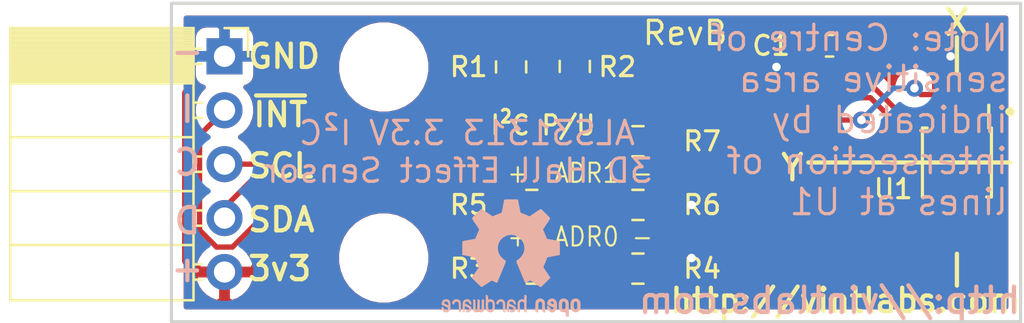
<source format=kicad_pcb>
(kicad_pcb (version 20171130) (host pcbnew 5.1.5)

  (general
    (thickness 1.6)
    (drawings 28)
    (tracks 87)
    (zones 0)
    (modules 13)
    (nets 9)
  )

  (page A4)
  (layers
    (0 F.Cu signal)
    (31 B.Cu signal)
    (32 B.Adhes user)
    (33 F.Adhes user)
    (34 B.Paste user)
    (35 F.Paste user)
    (36 B.SilkS user)
    (37 F.SilkS user)
    (38 B.Mask user)
    (39 F.Mask user)
    (40 Dwgs.User user)
    (41 Cmts.User user)
    (42 Eco1.User user)
    (43 Eco2.User user)
    (44 Edge.Cuts user)
    (45 Margin user)
    (46 B.CrtYd user)
    (47 F.CrtYd user)
    (48 B.Fab user)
    (49 F.Fab user hide)
  )

  (setup
    (last_trace_width 0.25)
    (user_trace_width 0.4)
    (user_trace_width 0.5)
    (trace_clearance 0.2)
    (zone_clearance 0.5)
    (zone_45_only no)
    (trace_min 0.2)
    (via_size 0.8)
    (via_drill 0.4)
    (via_min_size 0.4)
    (via_min_drill 0.3)
    (uvia_size 0.3)
    (uvia_drill 0.1)
    (uvias_allowed no)
    (uvia_min_size 0.2)
    (uvia_min_drill 0.1)
    (edge_width 0.15)
    (segment_width 0.2)
    (pcb_text_width 0.3)
    (pcb_text_size 1.5 1.5)
    (mod_edge_width 0.15)
    (mod_text_size 1.2 1.2)
    (mod_text_width 0.2)
    (pad_size 1.524 1.524)
    (pad_drill 0.762)
    (pad_to_mask_clearance 0.051)
    (solder_mask_min_width 0.25)
    (aux_axis_origin 0 0)
    (visible_elements FFFFFF7F)
    (pcbplotparams
      (layerselection 0x010fc_ffffffff)
      (usegerberextensions false)
      (usegerberattributes false)
      (usegerberadvancedattributes false)
      (creategerberjobfile false)
      (excludeedgelayer true)
      (linewidth 0.100000)
      (plotframeref false)
      (viasonmask false)
      (mode 1)
      (useauxorigin false)
      (hpglpennumber 1)
      (hpglpenspeed 20)
      (hpglpendiameter 15.000000)
      (psnegative false)
      (psa4output false)
      (plotreference true)
      (plotvalue true)
      (plotinvisibletext false)
      (padsonsilk false)
      (subtractmaskfromsilk false)
      (outputformat 1)
      (mirror false)
      (drillshape 1)
      (scaleselection 1)
      (outputdirectory ""))
  )

  (net 0 "")
  (net 1 GND)
  (net 2 VCC)
  (net 3 ~INT)
  (net 4 SCL)
  (net 5 SDA)
  (net 6 ADR0)
  (net 7 ADR1)
  (net 8 "Net-(U1-Pad5)")

  (net_class Default "This is the default net class."
    (clearance 0.2)
    (trace_width 0.25)
    (via_dia 0.8)
    (via_drill 0.4)
    (uvia_dia 0.3)
    (uvia_drill 0.1)
    (add_net ADR0)
    (add_net ADR1)
    (add_net GND)
    (add_net "Net-(U1-Pad5)")
    (add_net SCL)
    (add_net SDA)
    (add_net VCC)
    (add_net ~INT)
  )

  (module Package_SO:TSSOP-8_3x3mm_P0.65mm (layer F.Cu) (tedit 5E629CDC) (tstamp 5E3DC00D)
    (at 157 77.5 270)
    (descr "TSSOP8: plastic thin shrink small outline package; 8 leads; body width 3 mm; (see NXP SSOP-TSSOP-VSO-REFLOW.pdf and sot505-1_po.pdf)")
    (tags "SSOP 0.65")
    (path /5E3DFB49)
    (attr smd)
    (fp_text reference U1 (at 1.25 3 unlocked) (layer F.SilkS)
      (effects (font (size 0.9 0.9) (thickness 0.15)))
    )
    (fp_text value ALS31313 (at 0 2.55 270) (layer F.Fab)
      (effects (font (size 1 1) (thickness 0.15)))
    )
    (fp_text user %R (at 0 0 270 unlocked) (layer F.Fab)
      (effects (font (size 0.9 0.9) (thickness 0.15)))
    )
    (fp_line (start -1.625 -1.5) (end -2.7 -1.5) (layer F.SilkS) (width 0.15))
    (fp_line (start -1.625 1.625) (end 1.625 1.625) (layer F.SilkS) (width 0.15))
    (fp_line (start -1.625 -1.625) (end 1.625 -1.625) (layer F.SilkS) (width 0.15))
    (fp_line (start -1.625 1.625) (end -1.625 1.4) (layer F.SilkS) (width 0.15))
    (fp_line (start 1.625 1.625) (end 1.625 1.4) (layer F.SilkS) (width 0.15))
    (fp_line (start 1.625 -1.625) (end 1.625 -1.4) (layer F.SilkS) (width 0.15))
    (fp_line (start -1.625 -1.625) (end -1.625 -1.5) (layer F.SilkS) (width 0.15))
    (fp_line (start -2.95 1.8) (end 2.95 1.8) (layer F.CrtYd) (width 0.05))
    (fp_line (start -2.95 -1.8) (end 2.95 -1.8) (layer F.CrtYd) (width 0.05))
    (fp_line (start 2.95 -1.8) (end 2.95 1.8) (layer F.CrtYd) (width 0.05))
    (fp_line (start -2.95 -1.8) (end -2.95 1.8) (layer F.CrtYd) (width 0.05))
    (fp_line (start -1.5 -0.5) (end -0.5 -1.5) (layer F.Fab) (width 0.15))
    (fp_line (start -1.5 1.5) (end -1.5 -0.5) (layer F.Fab) (width 0.15))
    (fp_line (start 1.5 1.5) (end -1.5 1.5) (layer F.Fab) (width 0.15))
    (fp_line (start 1.5 -1.5) (end 1.5 1.5) (layer F.Fab) (width 0.15))
    (fp_line (start -0.5 -1.5) (end 1.5 -1.5) (layer F.Fab) (width 0.15))
    (pad 1 smd rect (at -3.2 -0.975 270) (size 1.8 0.4) (layers F.Cu F.Paste F.Mask)
      (net 2 VCC))
    (pad 2 smd rect (at -3.2 -0.325 270) (size 1.8 0.4) (layers F.Cu F.Paste F.Mask)
      (net 6 ADR0))
    (pad 4 smd rect (at -3.2 0.975 270) (size 1.8 0.4) (layers F.Cu F.Paste F.Mask)
      (net 3 ~INT))
    (pad 3 smd rect (at -3.2 0.325 270) (size 1.8 0.4) (layers F.Cu F.Paste F.Mask)
      (net 1 GND))
    (pad 6 smd rect (at 3.2 0.325 270) (size 1.8 0.4) (layers F.Cu F.Paste F.Mask)
      (net 7 ADR1))
    (pad 5 smd rect (at 3.2 0.975 270) (size 1.8 0.4) (layers F.Cu F.Paste F.Mask)
      (net 8 "Net-(U1-Pad5)"))
    (pad 7 smd rect (at 3.2 -0.325 270) (size 1.8 0.4) (layers F.Cu F.Paste F.Mask)
      (net 5 SDA))
    (pad 8 smd rect (at 3.2 -0.975 270) (size 1.8 0.4) (layers F.Cu F.Paste F.Mask)
      (net 4 SCL))
    (model ${KISYS3DMOD}/Package_SO.3dshapes/TSSOP-8_3x3mm_P0.65mm.wrl
      (at (xyz 0 0 0))
      (scale (xyz 1 1 1))
      (rotate (xyz 0 0 0))
    )
  )

  (module Symbol:OSHW-Logo2_7.3x6mm_SilkScreen (layer B.Cu) (tedit 0) (tstamp 5E3DEE42)
    (at 136 82 180)
    (descr "Open Source Hardware Symbol")
    (tags "Logo Symbol OSHW")
    (attr virtual)
    (fp_text reference REF** (at 0 0 unlocked) (layer B.SilkS) hide
      (effects (font (size 1 1) (thickness 0.15)) (justify mirror))
    )
    (fp_text value OSHW-Logo2_7.3x6mm_SilkScreen (at 0.75 0) (layer B.Fab) hide
      (effects (font (size 1 1) (thickness 0.15)) (justify mirror))
    )
    (fp_poly (pts (xy 0.10391 2.757652) (xy 0.182454 2.757222) (xy 0.239298 2.756058) (xy 0.278105 2.753793)
      (xy 0.302538 2.75006) (xy 0.316262 2.744494) (xy 0.32294 2.736727) (xy 0.326236 2.726395)
      (xy 0.326556 2.725057) (xy 0.331562 2.700921) (xy 0.340829 2.653299) (xy 0.353392 2.587259)
      (xy 0.368287 2.507872) (xy 0.384551 2.420204) (xy 0.385119 2.417125) (xy 0.40141 2.331211)
      (xy 0.416652 2.255304) (xy 0.429861 2.193955) (xy 0.440054 2.151718) (xy 0.446248 2.133145)
      (xy 0.446543 2.132816) (xy 0.464788 2.123747) (xy 0.502405 2.108633) (xy 0.551271 2.090738)
      (xy 0.551543 2.090642) (xy 0.613093 2.067507) (xy 0.685657 2.038035) (xy 0.754057 2.008403)
      (xy 0.757294 2.006938) (xy 0.868702 1.956374) (xy 1.115399 2.12484) (xy 1.191077 2.176197)
      (xy 1.259631 2.222111) (xy 1.317088 2.25997) (xy 1.359476 2.287163) (xy 1.382825 2.301079)
      (xy 1.385042 2.302111) (xy 1.40201 2.297516) (xy 1.433701 2.275345) (xy 1.481352 2.234553)
      (xy 1.546198 2.174095) (xy 1.612397 2.109773) (xy 1.676214 2.046388) (xy 1.733329 1.988549)
      (xy 1.780305 1.939825) (xy 1.813703 1.90379) (xy 1.830085 1.884016) (xy 1.830694 1.882998)
      (xy 1.832505 1.869428) (xy 1.825683 1.847267) (xy 1.80854 1.813522) (xy 1.779393 1.7652)
      (xy 1.736555 1.699308) (xy 1.679448 1.614483) (xy 1.628766 1.539823) (xy 1.583461 1.47286)
      (xy 1.54615 1.417484) (xy 1.519452 1.37758) (xy 1.505985 1.357038) (xy 1.505137 1.355644)
      (xy 1.506781 1.335962) (xy 1.519245 1.297707) (xy 1.540048 1.248111) (xy 1.547462 1.232272)
      (xy 1.579814 1.16171) (xy 1.614328 1.081647) (xy 1.642365 1.012371) (xy 1.662568 0.960955)
      (xy 1.678615 0.921881) (xy 1.687888 0.901459) (xy 1.689041 0.899886) (xy 1.706096 0.897279)
      (xy 1.746298 0.890137) (xy 1.804302 0.879477) (xy 1.874763 0.866315) (xy 1.952335 0.851667)
      (xy 2.031672 0.836551) (xy 2.107431 0.821982) (xy 2.174264 0.808978) (xy 2.226828 0.798555)
      (xy 2.259776 0.79173) (xy 2.267857 0.789801) (xy 2.276205 0.785038) (xy 2.282506 0.774282)
      (xy 2.287045 0.753902) (xy 2.290104 0.720266) (xy 2.291967 0.669745) (xy 2.292918 0.598708)
      (xy 2.29324 0.503524) (xy 2.293257 0.464508) (xy 2.293257 0.147201) (xy 2.217057 0.132161)
      (xy 2.174663 0.124005) (xy 2.1114 0.112101) (xy 2.034962 0.097884) (xy 1.953043 0.08279)
      (xy 1.9304 0.078645) (xy 1.854806 0.063947) (xy 1.788953 0.049495) (xy 1.738366 0.036625)
      (xy 1.708574 0.026678) (xy 1.703612 0.023713) (xy 1.691426 0.002717) (xy 1.673953 -0.037967)
      (xy 1.654577 -0.090322) (xy 1.650734 -0.1016) (xy 1.625339 -0.171523) (xy 1.593817 -0.250418)
      (xy 1.562969 -0.321266) (xy 1.562817 -0.321595) (xy 1.511447 -0.432733) (xy 1.680399 -0.681253)
      (xy 1.849352 -0.929772) (xy 1.632429 -1.147058) (xy 1.566819 -1.211726) (xy 1.506979 -1.268733)
      (xy 1.456267 -1.315033) (xy 1.418046 -1.347584) (xy 1.395675 -1.363343) (xy 1.392466 -1.364343)
      (xy 1.373626 -1.356469) (xy 1.33518 -1.334578) (xy 1.28133 -1.301267) (xy 1.216276 -1.259131)
      (xy 1.14594 -1.211943) (xy 1.074555 -1.16381) (xy 1.010908 -1.121928) (xy 0.959041 -1.088871)
      (xy 0.922995 -1.067218) (xy 0.906867 -1.059543) (xy 0.887189 -1.066037) (xy 0.849875 -1.08315)
      (xy 0.802621 -1.107326) (xy 0.797612 -1.110013) (xy 0.733977 -1.141927) (xy 0.690341 -1.157579)
      (xy 0.663202 -1.157745) (xy 0.649057 -1.143204) (xy 0.648975 -1.143) (xy 0.641905 -1.125779)
      (xy 0.625042 -1.084899) (xy 0.599695 -1.023525) (xy 0.567171 -0.944819) (xy 0.528778 -0.851947)
      (xy 0.485822 -0.748072) (xy 0.444222 -0.647502) (xy 0.398504 -0.536516) (xy 0.356526 -0.433703)
      (xy 0.319548 -0.342215) (xy 0.288827 -0.265201) (xy 0.265622 -0.205815) (xy 0.25119 -0.167209)
      (xy 0.246743 -0.1528) (xy 0.257896 -0.136272) (xy 0.287069 -0.10993) (xy 0.325971 -0.080887)
      (xy 0.436757 0.010961) (xy 0.523351 0.116241) (xy 0.584716 0.232734) (xy 0.619815 0.358224)
      (xy 0.627608 0.490493) (xy 0.621943 0.551543) (xy 0.591078 0.678205) (xy 0.53792 0.790059)
      (xy 0.465767 0.885999) (xy 0.377917 0.964924) (xy 0.277665 1.02573) (xy 0.16831 1.067313)
      (xy 0.053147 1.088572) (xy -0.064525 1.088401) (xy -0.18141 1.065699) (xy -0.294211 1.019362)
      (xy -0.399631 0.948287) (xy -0.443632 0.908089) (xy -0.528021 0.804871) (xy -0.586778 0.692075)
      (xy -0.620296 0.57299) (xy -0.628965 0.450905) (xy -0.613177 0.329107) (xy -0.573322 0.210884)
      (xy -0.509793 0.099525) (xy -0.422979 -0.001684) (xy -0.325971 -0.080887) (xy -0.285563 -0.111162)
      (xy -0.257018 -0.137219) (xy -0.246743 -0.152825) (xy -0.252123 -0.169843) (xy -0.267425 -0.2105)
      (xy -0.291388 -0.271642) (xy -0.322756 -0.350119) (xy -0.360268 -0.44278) (xy -0.402667 -0.546472)
      (xy -0.444337 -0.647526) (xy -0.49031 -0.758607) (xy -0.532893 -0.861541) (xy -0.570779 -0.953165)
      (xy -0.60266 -1.030316) (xy -0.627229 -1.089831) (xy -0.64318 -1.128544) (xy -0.64909 -1.143)
      (xy -0.663052 -1.157685) (xy -0.69006 -1.157642) (xy -0.733587 -1.142099) (xy -0.79711 -1.110284)
      (xy -0.797612 -1.110013) (xy -0.84544 -1.085323) (xy -0.884103 -1.067338) (xy -0.905905 -1.059614)
      (xy -0.906867 -1.059543) (xy -0.923279 -1.067378) (xy -0.959513 -1.089165) (xy -1.011526 -1.122328)
      (xy -1.075275 -1.164291) (xy -1.14594 -1.211943) (xy -1.217884 -1.260191) (xy -1.282726 -1.302151)
      (xy -1.336265 -1.335227) (xy -1.374303 -1.356821) (xy -1.392467 -1.364343) (xy -1.409192 -1.354457)
      (xy -1.44282 -1.326826) (xy -1.48999 -1.284495) (xy -1.547342 -1.230505) (xy -1.611516 -1.167899)
      (xy -1.632503 -1.146983) (xy -1.849501 -0.929623) (xy -1.684332 -0.68722) (xy -1.634136 -0.612781)
      (xy -1.590081 -0.545972) (xy -1.554638 -0.490665) (xy -1.530281 -0.450729) (xy -1.519478 -0.430036)
      (xy -1.519162 -0.428563) (xy -1.524857 -0.409058) (xy -1.540174 -0.369822) (xy -1.562463 -0.31743)
      (xy -1.578107 -0.282355) (xy -1.607359 -0.215201) (xy -1.634906 -0.147358) (xy -1.656263 -0.090034)
      (xy -1.662065 -0.072572) (xy -1.678548 -0.025938) (xy -1.69466 0.010095) (xy -1.70351 0.023713)
      (xy -1.72304 0.032048) (xy -1.765666 0.043863) (xy -1.825855 0.057819) (xy -1.898078 0.072578)
      (xy -1.9304 0.078645) (xy -2.012478 0.093727) (xy -2.091205 0.108331) (xy -2.158891 0.12102)
      (xy -2.20784 0.130358) (xy -2.217057 0.132161) (xy -2.293257 0.147201) (xy -2.293257 0.464508)
      (xy -2.293086 0.568846) (xy -2.292384 0.647787) (xy -2.290866 0.704962) (xy -2.288251 0.744001)
      (xy -2.284254 0.768535) (xy -2.278591 0.782195) (xy -2.27098 0.788611) (xy -2.267857 0.789801)
      (xy -2.249022 0.79402) (xy -2.207412 0.802438) (xy -2.14837 0.814039) (xy -2.077243 0.827805)
      (xy -1.999375 0.84272) (xy -1.920113 0.857768) (xy -1.844802 0.871931) (xy -1.778787 0.884194)
      (xy -1.727413 0.893539) (xy -1.696025 0.89895) (xy -1.689041 0.899886) (xy -1.682715 0.912404)
      (xy -1.66871 0.945754) (xy -1.649645 0.993623) (xy -1.642366 1.012371) (xy -1.613004 1.084805)
      (xy -1.578429 1.16483) (xy -1.547463 1.232272) (xy -1.524677 1.283841) (xy -1.509518 1.326215)
      (xy -1.504458 1.352166) (xy -1.505264 1.355644) (xy -1.515959 1.372064) (xy -1.54038 1.408583)
      (xy -1.575905 1.461313) (xy -1.619913 1.526365) (xy -1.669783 1.599849) (xy -1.679644 1.614355)
      (xy -1.737508 1.700296) (xy -1.780044 1.765739) (xy -1.808946 1.813696) (xy -1.82591 1.84718)
      (xy -1.832633 1.869205) (xy -1.83081 1.882783) (xy -1.830764 1.882869) (xy -1.816414 1.900703)
      (xy -1.784677 1.935183) (xy -1.73899 1.982732) (xy -1.682796 2.039778) (xy -1.619532 2.102745)
      (xy -1.612398 2.109773) (xy -1.53267 2.18698) (xy -1.471143 2.24367) (xy -1.426579 2.28089)
      (xy -1.397743 2.299685) (xy -1.385042 2.302111) (xy -1.366506 2.291529) (xy -1.328039 2.267084)
      (xy -1.273614 2.231388) (xy -1.207202 2.187053) (xy -1.132775 2.136689) (xy -1.115399 2.12484)
      (xy -0.868703 1.956374) (xy -0.757294 2.006938) (xy -0.689543 2.036405) (xy -0.616817 2.066041)
      (xy -0.554297 2.08967) (xy -0.551543 2.090642) (xy -0.50264 2.108543) (xy -0.464943 2.12368)
      (xy -0.446575 2.13279) (xy -0.446544 2.132816) (xy -0.440715 2.149283) (xy -0.430808 2.189781)
      (xy -0.417805 2.249758) (xy -0.402691 2.32466) (xy -0.386448 2.409936) (xy -0.385119 2.417125)
      (xy -0.368825 2.504986) (xy -0.353867 2.58474) (xy -0.341209 2.651319) (xy -0.331814 2.699653)
      (xy -0.326646 2.724675) (xy -0.326556 2.725057) (xy -0.323411 2.735701) (xy -0.317296 2.743738)
      (xy -0.304547 2.749533) (xy -0.2815 2.753453) (xy -0.244491 2.755865) (xy -0.189856 2.757135)
      (xy -0.113933 2.757629) (xy -0.013056 2.757714) (xy 0 2.757714) (xy 0.10391 2.757652)) (layer B.SilkS) (width 0.01))
    (fp_poly (pts (xy 3.153595 -1.966966) (xy 3.211021 -2.004497) (xy 3.238719 -2.038096) (xy 3.260662 -2.099064)
      (xy 3.262405 -2.147308) (xy 3.258457 -2.211816) (xy 3.109686 -2.276934) (xy 3.037349 -2.310202)
      (xy 2.990084 -2.336964) (xy 2.965507 -2.360144) (xy 2.961237 -2.382667) (xy 2.974889 -2.407455)
      (xy 2.989943 -2.423886) (xy 3.033746 -2.450235) (xy 3.081389 -2.452081) (xy 3.125145 -2.431546)
      (xy 3.157289 -2.390752) (xy 3.163038 -2.376347) (xy 3.190576 -2.331356) (xy 3.222258 -2.312182)
      (xy 3.265714 -2.295779) (xy 3.265714 -2.357966) (xy 3.261872 -2.400283) (xy 3.246823 -2.435969)
      (xy 3.21528 -2.476943) (xy 3.210592 -2.482267) (xy 3.175506 -2.51872) (xy 3.145347 -2.538283)
      (xy 3.107615 -2.547283) (xy 3.076335 -2.55023) (xy 3.020385 -2.550965) (xy 2.980555 -2.54166)
      (xy 2.955708 -2.527846) (xy 2.916656 -2.497467) (xy 2.889625 -2.464613) (xy 2.872517 -2.423294)
      (xy 2.863238 -2.367521) (xy 2.859693 -2.291305) (xy 2.85941 -2.252622) (xy 2.860372 -2.206247)
      (xy 2.948007 -2.206247) (xy 2.949023 -2.231126) (xy 2.951556 -2.2352) (xy 2.968274 -2.229665)
      (xy 3.004249 -2.215017) (xy 3.052331 -2.19419) (xy 3.062386 -2.189714) (xy 3.123152 -2.158814)
      (xy 3.156632 -2.131657) (xy 3.16399 -2.10622) (xy 3.146391 -2.080481) (xy 3.131856 -2.069109)
      (xy 3.07941 -2.046364) (xy 3.030322 -2.050122) (xy 2.989227 -2.077884) (xy 2.960758 -2.127152)
      (xy 2.951631 -2.166257) (xy 2.948007 -2.206247) (xy 2.860372 -2.206247) (xy 2.861285 -2.162249)
      (xy 2.868196 -2.095384) (xy 2.881884 -2.046695) (xy 2.904096 -2.010849) (xy 2.936574 -1.982513)
      (xy 2.950733 -1.973355) (xy 3.015053 -1.949507) (xy 3.085473 -1.948006) (xy 3.153595 -1.966966)) (layer B.SilkS) (width 0.01))
    (fp_poly (pts (xy 2.6526 -1.958752) (xy 2.669948 -1.966334) (xy 2.711356 -1.999128) (xy 2.746765 -2.046547)
      (xy 2.768664 -2.097151) (xy 2.772229 -2.122098) (xy 2.760279 -2.156927) (xy 2.734067 -2.175357)
      (xy 2.705964 -2.186516) (xy 2.693095 -2.188572) (xy 2.686829 -2.173649) (xy 2.674456 -2.141175)
      (xy 2.669028 -2.126502) (xy 2.63859 -2.075744) (xy 2.59452 -2.050427) (xy 2.53801 -2.051206)
      (xy 2.533825 -2.052203) (xy 2.503655 -2.066507) (xy 2.481476 -2.094393) (xy 2.466327 -2.139287)
      (xy 2.45725 -2.204615) (xy 2.453286 -2.293804) (xy 2.452914 -2.341261) (xy 2.45273 -2.416071)
      (xy 2.451522 -2.467069) (xy 2.448309 -2.499471) (xy 2.442109 -2.518495) (xy 2.43194 -2.529356)
      (xy 2.416819 -2.537272) (xy 2.415946 -2.53767) (xy 2.386828 -2.549981) (xy 2.372403 -2.554514)
      (xy 2.370186 -2.540809) (xy 2.368289 -2.502925) (xy 2.366847 -2.445715) (xy 2.365998 -2.374027)
      (xy 2.365829 -2.321565) (xy 2.366692 -2.220047) (xy 2.37007 -2.143032) (xy 2.377142 -2.086023)
      (xy 2.389088 -2.044526) (xy 2.40709 -2.014043) (xy 2.432327 -1.99008) (xy 2.457247 -1.973355)
      (xy 2.517171 -1.951097) (xy 2.586911 -1.946076) (xy 2.6526 -1.958752)) (layer B.SilkS) (width 0.01))
    (fp_poly (pts (xy 2.144876 -1.956335) (xy 2.186667 -1.975344) (xy 2.219469 -1.998378) (xy 2.243503 -2.024133)
      (xy 2.260097 -2.057358) (xy 2.270577 -2.1028) (xy 2.276271 -2.165207) (xy 2.278507 -2.249327)
      (xy 2.278743 -2.304721) (xy 2.278743 -2.520826) (xy 2.241774 -2.53767) (xy 2.212656 -2.549981)
      (xy 2.198231 -2.554514) (xy 2.195472 -2.541025) (xy 2.193282 -2.504653) (xy 2.191942 -2.451542)
      (xy 2.191657 -2.409372) (xy 2.190434 -2.348447) (xy 2.187136 -2.300115) (xy 2.182321 -2.270518)
      (xy 2.178496 -2.264229) (xy 2.152783 -2.270652) (xy 2.112418 -2.287125) (xy 2.065679 -2.309458)
      (xy 2.020845 -2.333457) (xy 1.986193 -2.35493) (xy 1.970002 -2.369685) (xy 1.969938 -2.369845)
      (xy 1.97133 -2.397152) (xy 1.983818 -2.423219) (xy 2.005743 -2.444392) (xy 2.037743 -2.451474)
      (xy 2.065092 -2.450649) (xy 2.103826 -2.450042) (xy 2.124158 -2.459116) (xy 2.136369 -2.483092)
      (xy 2.137909 -2.487613) (xy 2.143203 -2.521806) (xy 2.129047 -2.542568) (xy 2.092148 -2.552462)
      (xy 2.052289 -2.554292) (xy 1.980562 -2.540727) (xy 1.943432 -2.521355) (xy 1.897576 -2.475845)
      (xy 1.873256 -2.419983) (xy 1.871073 -2.360957) (xy 1.891629 -2.305953) (xy 1.922549 -2.271486)
      (xy 1.95342 -2.252189) (xy 2.001942 -2.227759) (xy 2.058485 -2.202985) (xy 2.06791 -2.199199)
      (xy 2.130019 -2.171791) (xy 2.165822 -2.147634) (xy 2.177337 -2.123619) (xy 2.16658 -2.096635)
      (xy 2.148114 -2.075543) (xy 2.104469 -2.049572) (xy 2.056446 -2.047624) (xy 2.012406 -2.067637)
      (xy 1.980709 -2.107551) (xy 1.976549 -2.117848) (xy 1.952327 -2.155724) (xy 1.916965 -2.183842)
      (xy 1.872343 -2.206917) (xy 1.872343 -2.141485) (xy 1.874969 -2.101506) (xy 1.88623 -2.069997)
      (xy 1.911199 -2.036378) (xy 1.935169 -2.010484) (xy 1.972441 -1.973817) (xy 2.001401 -1.954121)
      (xy 2.032505 -1.94622) (xy 2.067713 -1.944914) (xy 2.144876 -1.956335)) (layer B.SilkS) (width 0.01))
    (fp_poly (pts (xy 1.779833 -1.958663) (xy 1.782048 -1.99685) (xy 1.783784 -2.054886) (xy 1.784899 -2.12818)
      (xy 1.785257 -2.205055) (xy 1.785257 -2.465196) (xy 1.739326 -2.511127) (xy 1.707675 -2.539429)
      (xy 1.67989 -2.550893) (xy 1.641915 -2.550168) (xy 1.62684 -2.548321) (xy 1.579726 -2.542948)
      (xy 1.540756 -2.539869) (xy 1.531257 -2.539585) (xy 1.499233 -2.541445) (xy 1.453432 -2.546114)
      (xy 1.435674 -2.548321) (xy 1.392057 -2.551735) (xy 1.362745 -2.54432) (xy 1.33368 -2.521427)
      (xy 1.323188 -2.511127) (xy 1.277257 -2.465196) (xy 1.277257 -1.978602) (xy 1.314226 -1.961758)
      (xy 1.346059 -1.949282) (xy 1.364683 -1.944914) (xy 1.369458 -1.958718) (xy 1.373921 -1.997286)
      (xy 1.377775 -2.056356) (xy 1.380722 -2.131663) (xy 1.382143 -2.195286) (xy 1.386114 -2.445657)
      (xy 1.420759 -2.450556) (xy 1.452268 -2.447131) (xy 1.467708 -2.436041) (xy 1.472023 -2.415308)
      (xy 1.475708 -2.371145) (xy 1.478469 -2.309146) (xy 1.480012 -2.234909) (xy 1.480235 -2.196706)
      (xy 1.480457 -1.976783) (xy 1.526166 -1.960849) (xy 1.558518 -1.950015) (xy 1.576115 -1.944962)
      (xy 1.576623 -1.944914) (xy 1.578388 -1.958648) (xy 1.580329 -1.99673) (xy 1.582282 -2.054482)
      (xy 1.584084 -2.127227) (xy 1.585343 -2.195286) (xy 1.589314 -2.445657) (xy 1.6764 -2.445657)
      (xy 1.680396 -2.21724) (xy 1.684392 -1.988822) (xy 1.726847 -1.966868) (xy 1.758192 -1.951793)
      (xy 1.776744 -1.944951) (xy 1.777279 -1.944914) (xy 1.779833 -1.958663)) (layer B.SilkS) (width 0.01))
    (fp_poly (pts (xy 1.190117 -2.065358) (xy 1.189933 -2.173837) (xy 1.189219 -2.257287) (xy 1.187675 -2.319704)
      (xy 1.185001 -2.365085) (xy 1.180894 -2.397429) (xy 1.175055 -2.420733) (xy 1.167182 -2.438995)
      (xy 1.161221 -2.449418) (xy 1.111855 -2.505945) (xy 1.049264 -2.541377) (xy 0.980013 -2.55409)
      (xy 0.910668 -2.542463) (xy 0.869375 -2.521568) (xy 0.826025 -2.485422) (xy 0.796481 -2.441276)
      (xy 0.778655 -2.383462) (xy 0.770463 -2.306313) (xy 0.769302 -2.249714) (xy 0.769458 -2.245647)
      (xy 0.870857 -2.245647) (xy 0.871476 -2.31055) (xy 0.874314 -2.353514) (xy 0.88084 -2.381622)
      (xy 0.892523 -2.401953) (xy 0.906483 -2.417288) (xy 0.953365 -2.44689) (xy 1.003701 -2.449419)
      (xy 1.051276 -2.424705) (xy 1.054979 -2.421356) (xy 1.070783 -2.403935) (xy 1.080693 -2.383209)
      (xy 1.086058 -2.352362) (xy 1.088228 -2.304577) (xy 1.088571 -2.251748) (xy 1.087827 -2.185381)
      (xy 1.084748 -2.141106) (xy 1.078061 -2.112009) (xy 1.066496 -2.091173) (xy 1.057013 -2.080107)
      (xy 1.01296 -2.052198) (xy 0.962224 -2.048843) (xy 0.913796 -2.070159) (xy 0.90445 -2.078073)
      (xy 0.88854 -2.095647) (xy 0.87861 -2.116587) (xy 0.873278 -2.147782) (xy 0.871163 -2.196122)
      (xy 0.870857 -2.245647) (xy 0.769458 -2.245647) (xy 0.77281 -2.158568) (xy 0.784726 -2.090086)
      (xy 0.807135 -2.0386) (xy 0.842124 -1.998443) (xy 0.869375 -1.977861) (xy 0.918907 -1.955625)
      (xy 0.976316 -1.945304) (xy 1.029682 -1.948067) (xy 1.059543 -1.959212) (xy 1.071261 -1.962383)
      (xy 1.079037 -1.950557) (xy 1.084465 -1.918866) (xy 1.088571 -1.870593) (xy 1.093067 -1.816829)
      (xy 1.099313 -1.784482) (xy 1.110676 -1.765985) (xy 1.130528 -1.75377) (xy 1.143 -1.748362)
      (xy 1.190171 -1.728601) (xy 1.190117 -2.065358)) (layer B.SilkS) (width 0.01))
    (fp_poly (pts (xy 0.529926 -1.949755) (xy 0.595858 -1.974084) (xy 0.649273 -2.017117) (xy 0.670164 -2.047409)
      (xy 0.692939 -2.102994) (xy 0.692466 -2.143186) (xy 0.668562 -2.170217) (xy 0.659717 -2.174813)
      (xy 0.62153 -2.189144) (xy 0.602028 -2.185472) (xy 0.595422 -2.161407) (xy 0.595086 -2.148114)
      (xy 0.582992 -2.09921) (xy 0.551471 -2.064999) (xy 0.507659 -2.048476) (xy 0.458695 -2.052634)
      (xy 0.418894 -2.074227) (xy 0.40545 -2.086544) (xy 0.395921 -2.101487) (xy 0.389485 -2.124075)
      (xy 0.385317 -2.159328) (xy 0.382597 -2.212266) (xy 0.380502 -2.287907) (xy 0.37996 -2.311857)
      (xy 0.377981 -2.39379) (xy 0.375731 -2.451455) (xy 0.372357 -2.489608) (xy 0.367006 -2.513004)
      (xy 0.358824 -2.526398) (xy 0.346959 -2.534545) (xy 0.339362 -2.538144) (xy 0.307102 -2.550452)
      (xy 0.288111 -2.554514) (xy 0.281836 -2.540948) (xy 0.278006 -2.499934) (xy 0.2766 -2.430999)
      (xy 0.277598 -2.333669) (xy 0.277908 -2.318657) (xy 0.280101 -2.229859) (xy 0.282693 -2.165019)
      (xy 0.286382 -2.119067) (xy 0.291864 -2.086935) (xy 0.299835 -2.063553) (xy 0.310993 -2.043852)
      (xy 0.31683 -2.03541) (xy 0.350296 -1.998057) (xy 0.387727 -1.969003) (xy 0.392309 -1.966467)
      (xy 0.459426 -1.946443) (xy 0.529926 -1.949755)) (layer B.SilkS) (width 0.01))
    (fp_poly (pts (xy 0.039744 -1.950968) (xy 0.096616 -1.972087) (xy 0.097267 -1.972493) (xy 0.13244 -1.99838)
      (xy 0.158407 -2.028633) (xy 0.17667 -2.068058) (xy 0.188732 -2.121462) (xy 0.196096 -2.193651)
      (xy 0.200264 -2.289432) (xy 0.200629 -2.303078) (xy 0.205876 -2.508842) (xy 0.161716 -2.531678)
      (xy 0.129763 -2.54711) (xy 0.11047 -2.554423) (xy 0.109578 -2.554514) (xy 0.106239 -2.541022)
      (xy 0.103587 -2.504626) (xy 0.101956 -2.451452) (xy 0.1016 -2.408393) (xy 0.101592 -2.338641)
      (xy 0.098403 -2.294837) (xy 0.087288 -2.273944) (xy 0.063501 -2.272925) (xy 0.022296 -2.288741)
      (xy -0.039914 -2.317815) (xy -0.085659 -2.341963) (xy -0.109187 -2.362913) (xy -0.116104 -2.385747)
      (xy -0.116114 -2.386877) (xy -0.104701 -2.426212) (xy -0.070908 -2.447462) (xy -0.019191 -2.450539)
      (xy 0.018061 -2.450006) (xy 0.037703 -2.460735) (xy 0.049952 -2.486505) (xy 0.057002 -2.519337)
      (xy 0.046842 -2.537966) (xy 0.043017 -2.540632) (xy 0.007001 -2.55134) (xy -0.043434 -2.552856)
      (xy -0.095374 -2.545759) (xy -0.132178 -2.532788) (xy -0.183062 -2.489585) (xy -0.211986 -2.429446)
      (xy -0.217714 -2.382462) (xy -0.213343 -2.340082) (xy -0.197525 -2.305488) (xy -0.166203 -2.274763)
      (xy -0.115322 -2.24399) (xy -0.040824 -2.209252) (xy -0.036286 -2.207288) (xy 0.030821 -2.176287)
      (xy 0.072232 -2.150862) (xy 0.089981 -2.128014) (xy 0.086107 -2.104745) (xy 0.062643 -2.078056)
      (xy 0.055627 -2.071914) (xy 0.00863 -2.0481) (xy -0.040067 -2.049103) (xy -0.082478 -2.072451)
      (xy -0.110616 -2.115675) (xy -0.113231 -2.12416) (xy -0.138692 -2.165308) (xy -0.170999 -2.185128)
      (xy -0.217714 -2.20477) (xy -0.217714 -2.15395) (xy -0.203504 -2.080082) (xy -0.161325 -2.012327)
      (xy -0.139376 -1.989661) (xy -0.089483 -1.960569) (xy -0.026033 -1.9474) (xy 0.039744 -1.950968)) (layer B.SilkS) (width 0.01))
    (fp_poly (pts (xy -0.624114 -1.851289) (xy -0.619861 -1.910613) (xy -0.614975 -1.945572) (xy -0.608205 -1.96082)
      (xy -0.598298 -1.961015) (xy -0.595086 -1.959195) (xy -0.552356 -1.946015) (xy -0.496773 -1.946785)
      (xy -0.440263 -1.960333) (xy -0.404918 -1.977861) (xy -0.368679 -2.005861) (xy -0.342187 -2.037549)
      (xy -0.324001 -2.077813) (xy -0.312678 -2.131543) (xy -0.306778 -2.203626) (xy -0.304857 -2.298951)
      (xy -0.304823 -2.317237) (xy -0.3048 -2.522646) (xy -0.350509 -2.53858) (xy -0.382973 -2.54942)
      (xy -0.400785 -2.554468) (xy -0.401309 -2.554514) (xy -0.403063 -2.540828) (xy -0.404556 -2.503076)
      (xy -0.405674 -2.446224) (xy -0.406303 -2.375234) (xy -0.4064 -2.332073) (xy -0.406602 -2.246973)
      (xy -0.407642 -2.185981) (xy -0.410169 -2.144177) (xy -0.414836 -2.116642) (xy -0.422293 -2.098456)
      (xy -0.433189 -2.084698) (xy -0.439993 -2.078073) (xy -0.486728 -2.051375) (xy -0.537728 -2.049375)
      (xy -0.583999 -2.071955) (xy -0.592556 -2.080107) (xy -0.605107 -2.095436) (xy -0.613812 -2.113618)
      (xy -0.619369 -2.139909) (xy -0.622474 -2.179562) (xy -0.623824 -2.237832) (xy -0.624114 -2.318173)
      (xy -0.624114 -2.522646) (xy -0.669823 -2.53858) (xy -0.702287 -2.54942) (xy -0.720099 -2.554468)
      (xy -0.720623 -2.554514) (xy -0.721963 -2.540623) (xy -0.723172 -2.501439) (xy -0.724199 -2.4407)
      (xy -0.724998 -2.362141) (xy -0.725519 -2.269498) (xy -0.725714 -2.166509) (xy -0.725714 -1.769342)
      (xy -0.678543 -1.749444) (xy -0.631371 -1.729547) (xy -0.624114 -1.851289)) (layer B.SilkS) (width 0.01))
    (fp_poly (pts (xy -1.831697 -1.931239) (xy -1.774473 -1.969735) (xy -1.730251 -2.025335) (xy -1.703833 -2.096086)
      (xy -1.69849 -2.148162) (xy -1.699097 -2.169893) (xy -1.704178 -2.186531) (xy -1.718145 -2.201437)
      (xy -1.745411 -2.217973) (xy -1.790388 -2.239498) (xy -1.857489 -2.269374) (xy -1.857829 -2.269524)
      (xy -1.919593 -2.297813) (xy -1.970241 -2.322933) (xy -2.004596 -2.342179) (xy -2.017482 -2.352848)
      (xy -2.017486 -2.352934) (xy -2.006128 -2.376166) (xy -1.979569 -2.401774) (xy -1.949077 -2.420221)
      (xy -1.93363 -2.423886) (xy -1.891485 -2.411212) (xy -1.855192 -2.379471) (xy -1.837483 -2.344572)
      (xy -1.820448 -2.318845) (xy -1.787078 -2.289546) (xy -1.747851 -2.264235) (xy -1.713244 -2.250471)
      (xy -1.706007 -2.249714) (xy -1.697861 -2.26216) (xy -1.69737 -2.293972) (xy -1.703357 -2.336866)
      (xy -1.714643 -2.382558) (xy -1.73005 -2.422761) (xy -1.730829 -2.424322) (xy -1.777196 -2.489062)
      (xy -1.837289 -2.533097) (xy -1.905535 -2.554711) (xy -1.976362 -2.552185) (xy -2.044196 -2.523804)
      (xy -2.047212 -2.521808) (xy -2.100573 -2.473448) (xy -2.13566 -2.410352) (xy -2.155078 -2.327387)
      (xy -2.157684 -2.304078) (xy -2.162299 -2.194055) (xy -2.156767 -2.142748) (xy -2.017486 -2.142748)
      (xy -2.015676 -2.174753) (xy -2.005778 -2.184093) (xy -1.981102 -2.177105) (xy -1.942205 -2.160587)
      (xy -1.898725 -2.139881) (xy -1.897644 -2.139333) (xy -1.860791 -2.119949) (xy -1.846 -2.107013)
      (xy -1.849647 -2.093451) (xy -1.865005 -2.075632) (xy -1.904077 -2.049845) (xy -1.946154 -2.04795)
      (xy -1.983897 -2.066717) (xy -2.009966 -2.102915) (xy -2.017486 -2.142748) (xy -2.156767 -2.142748)
      (xy -2.152806 -2.106027) (xy -2.12845 -2.036212) (xy -2.094544 -1.987302) (xy -2.033347 -1.937878)
      (xy -1.965937 -1.913359) (xy -1.89712 -1.911797) (xy -1.831697 -1.931239)) (layer B.SilkS) (width 0.01))
    (fp_poly (pts (xy -2.958885 -1.921962) (xy -2.890855 -1.957733) (xy -2.840649 -2.015301) (xy -2.822815 -2.052312)
      (xy -2.808937 -2.107882) (xy -2.801833 -2.178096) (xy -2.80116 -2.254727) (xy -2.806573 -2.329552)
      (xy -2.81773 -2.394342) (xy -2.834286 -2.440873) (xy -2.839374 -2.448887) (xy -2.899645 -2.508707)
      (xy -2.971231 -2.544535) (xy -3.048908 -2.55502) (xy -3.127452 -2.53881) (xy -3.149311 -2.529092)
      (xy -3.191878 -2.499143) (xy -3.229237 -2.459433) (xy -3.232768 -2.454397) (xy -3.247119 -2.430124)
      (xy -3.256606 -2.404178) (xy -3.26221 -2.370022) (xy -3.264914 -2.321119) (xy -3.265701 -2.250935)
      (xy -3.265714 -2.2352) (xy -3.265678 -2.230192) (xy -3.120571 -2.230192) (xy -3.119727 -2.29643)
      (xy -3.116404 -2.340386) (xy -3.109417 -2.368779) (xy -3.097584 -2.388325) (xy -3.091543 -2.394857)
      (xy -3.056814 -2.41968) (xy -3.023097 -2.418548) (xy -2.989005 -2.397016) (xy -2.968671 -2.374029)
      (xy -2.956629 -2.340478) (xy -2.949866 -2.287569) (xy -2.949402 -2.281399) (xy -2.948248 -2.185513)
      (xy -2.960312 -2.114299) (xy -2.98543 -2.068194) (xy -3.02344 -2.047635) (xy -3.037008 -2.046514)
      (xy -3.072636 -2.052152) (xy -3.097006 -2.071686) (xy -3.111907 -2.109042) (xy -3.119125 -2.16815)
      (xy -3.120571 -2.230192) (xy -3.265678 -2.230192) (xy -3.265174 -2.160413) (xy -3.262904 -2.108159)
      (xy -3.257932 -2.071949) (xy -3.249287 -2.045299) (xy -3.235995 -2.021722) (xy -3.233057 -2.017338)
      (xy -3.183687 -1.958249) (xy -3.129891 -1.923947) (xy -3.064398 -1.910331) (xy -3.042158 -1.909665)
      (xy -2.958885 -1.921962)) (layer B.SilkS) (width 0.01))
    (fp_poly (pts (xy -1.283907 -1.92778) (xy -1.237328 -1.954723) (xy -1.204943 -1.981466) (xy -1.181258 -2.009484)
      (xy -1.164941 -2.043748) (xy -1.154661 -2.089227) (xy -1.149086 -2.150892) (xy -1.146884 -2.233711)
      (xy -1.146629 -2.293246) (xy -1.146629 -2.512391) (xy -1.208314 -2.540044) (xy -1.27 -2.567697)
      (xy -1.277257 -2.32767) (xy -1.280256 -2.238028) (xy -1.283402 -2.172962) (xy -1.287299 -2.128026)
      (xy -1.292553 -2.09877) (xy -1.299769 -2.080748) (xy -1.30955 -2.069511) (xy -1.312688 -2.067079)
      (xy -1.360239 -2.048083) (xy -1.408303 -2.0556) (xy -1.436914 -2.075543) (xy -1.448553 -2.089675)
      (xy -1.456609 -2.10822) (xy -1.461729 -2.136334) (xy -1.464559 -2.179173) (xy -1.465744 -2.241895)
      (xy -1.465943 -2.307261) (xy -1.465982 -2.389268) (xy -1.467386 -2.447316) (xy -1.472086 -2.486465)
      (xy -1.482013 -2.51178) (xy -1.499097 -2.528323) (xy -1.525268 -2.541156) (xy -1.560225 -2.554491)
      (xy -1.598404 -2.569007) (xy -1.593859 -2.311389) (xy -1.592029 -2.218519) (xy -1.589888 -2.149889)
      (xy -1.586819 -2.100711) (xy -1.582206 -2.066198) (xy -1.575432 -2.041562) (xy -1.565881 -2.022016)
      (xy -1.554366 -2.00477) (xy -1.49881 -1.94968) (xy -1.43102 -1.917822) (xy -1.357287 -1.910191)
      (xy -1.283907 -1.92778)) (layer B.SilkS) (width 0.01))
    (fp_poly (pts (xy -2.400256 -1.919918) (xy -2.344799 -1.947568) (xy -2.295852 -1.99848) (xy -2.282371 -2.017338)
      (xy -2.267686 -2.042015) (xy -2.258158 -2.068816) (xy -2.252707 -2.104587) (xy -2.250253 -2.156169)
      (xy -2.249714 -2.224267) (xy -2.252148 -2.317588) (xy -2.260606 -2.387657) (xy -2.276826 -2.439931)
      (xy -2.302546 -2.479869) (xy -2.339503 -2.512929) (xy -2.342218 -2.514886) (xy -2.37864 -2.534908)
      (xy -2.422498 -2.544815) (xy -2.478276 -2.547257) (xy -2.568952 -2.547257) (xy -2.56899 -2.635283)
      (xy -2.569834 -2.684308) (xy -2.574976 -2.713065) (xy -2.588413 -2.730311) (xy -2.614142 -2.744808)
      (xy -2.620321 -2.747769) (xy -2.649236 -2.761648) (xy -2.671624 -2.770414) (xy -2.688271 -2.771171)
      (xy -2.699964 -2.761023) (xy -2.70749 -2.737073) (xy -2.711634 -2.696426) (xy -2.713185 -2.636186)
      (xy -2.712929 -2.553455) (xy -2.711651 -2.445339) (xy -2.711252 -2.413) (xy -2.709815 -2.301524)
      (xy -2.708528 -2.228603) (xy -2.569029 -2.228603) (xy -2.568245 -2.290499) (xy -2.56476 -2.330997)
      (xy -2.556876 -2.357708) (xy -2.542895 -2.378244) (xy -2.533403 -2.38826) (xy -2.494596 -2.417567)
      (xy -2.460237 -2.419952) (xy -2.424784 -2.39575) (xy -2.423886 -2.394857) (xy -2.409461 -2.376153)
      (xy -2.400687 -2.350732) (xy -2.396261 -2.311584) (xy -2.394882 -2.251697) (xy -2.394857 -2.23843)
      (xy -2.398188 -2.155901) (xy -2.409031 -2.098691) (xy -2.42866 -2.063766) (xy -2.45835 -2.048094)
      (xy -2.475509 -2.046514) (xy -2.516234 -2.053926) (xy -2.544168 -2.07833) (xy -2.560983 -2.12298)
      (xy -2.56835 -2.19113) (xy -2.569029 -2.228603) (xy -2.708528 -2.228603) (xy -2.708292 -2.215245)
      (xy -2.706323 -2.150333) (xy -2.70355 -2.102958) (xy -2.699612 -2.06929) (xy -2.694151 -2.045498)
      (xy -2.686808 -2.027753) (xy -2.677223 -2.012224) (xy -2.673113 -2.006381) (xy -2.618595 -1.951185)
      (xy -2.549664 -1.91989) (xy -2.469928 -1.911165) (xy -2.400256 -1.919918)) (layer B.SilkS) (width 0.01))
  )

  (module Capacitor_SMD:C_0603_1608Metric_Pad1.05x0.95mm_HandSolder (layer F.Cu) (tedit 5B301BBE) (tstamp 5E1EAC21)
    (at 151 72 180)
    (descr "Capacitor SMD 0603 (1608 Metric), square (rectangular) end terminal, IPC_7351 nominal with elongated pad for handsoldering. (Body size source: http://www.tortai-tech.com/upload/download/2011102023233369053.pdf), generated with kicad-footprint-generator")
    (tags "capacitor handsolder")
    (path /5CB4CF87)
    (attr smd)
    (fp_text reference C1 (at 2.75 0 unlocked) (layer F.SilkS)
      (effects (font (size 0.9 0.9) (thickness 0.15)))
    )
    (fp_text value C (at 0 1.65 180) (layer F.Fab)
      (effects (font (size 1 1) (thickness 0.15)))
    )
    (fp_text user %R (at 0 0 180 unlocked) (layer F.Fab)
      (effects (font (size 0.9 0.9) (thickness 0.15)))
    )
    (fp_line (start 1.65 0.73) (end -1.65 0.73) (layer F.CrtYd) (width 0.05))
    (fp_line (start 1.65 -0.73) (end 1.65 0.73) (layer F.CrtYd) (width 0.05))
    (fp_line (start -1.65 -0.73) (end 1.65 -0.73) (layer F.CrtYd) (width 0.05))
    (fp_line (start -1.65 0.73) (end -1.65 -0.73) (layer F.CrtYd) (width 0.05))
    (fp_line (start -0.171267 0.51) (end 0.171267 0.51) (layer F.SilkS) (width 0.12))
    (fp_line (start -0.171267 -0.51) (end 0.171267 -0.51) (layer F.SilkS) (width 0.12))
    (fp_line (start 0.8 0.4) (end -0.8 0.4) (layer F.Fab) (width 0.1))
    (fp_line (start 0.8 -0.4) (end 0.8 0.4) (layer F.Fab) (width 0.1))
    (fp_line (start -0.8 -0.4) (end 0.8 -0.4) (layer F.Fab) (width 0.1))
    (fp_line (start -0.8 0.4) (end -0.8 -0.4) (layer F.Fab) (width 0.1))
    (pad 2 smd roundrect (at 0.875 0 180) (size 1.05 0.95) (layers F.Cu F.Paste F.Mask) (roundrect_rratio 0.25)
      (net 1 GND))
    (pad 1 smd roundrect (at -0.875 0 180) (size 1.05 0.95) (layers F.Cu F.Paste F.Mask) (roundrect_rratio 0.25)
      (net 2 VCC))
    (model ${KISYS3DMOD}/Capacitor_SMD.3dshapes/C_0603_1608Metric.wrl
      (at (xyz 0 0 0))
      (scale (xyz 1 1 1))
      (rotate (xyz 0 0 0))
    )
  )

  (module MountingHole:MountingHole_3.2mm_M3_DIN965 locked (layer F.Cu) (tedit 56D1B4CB) (tstamp 5E3DCAF2)
    (at 130 73)
    (descr "Mounting Hole 3.2mm, no annular, M3, DIN965")
    (tags "mounting hole 3.2mm no annular m3 din965")
    (attr virtual)
    (fp_text reference REF** (at 0 -3.8 unlocked) (layer F.SilkS) hide
      (effects (font (size 0.9 0.9) (thickness 0.15)))
    )
    (fp_text value MountingHole_3.2mm_M3_DIN965 (at 0 3.8) (layer F.Fab)
      (effects (font (size 1 1) (thickness 0.15)))
    )
    (fp_text user %R (at 0.3 0 unlocked) (layer F.Fab)
      (effects (font (size 0.9 0.9) (thickness 0.15)))
    )
    (fp_circle (center 0 0) (end 2.8 0) (layer Cmts.User) (width 0.15))
    (fp_circle (center 0 0) (end 3.05 0) (layer F.CrtYd) (width 0.05))
    (pad 1 np_thru_hole circle (at 0 0) (size 3.2 3.2) (drill 3.2) (layers *.Cu *.Mask))
  )

  (module MountingHole:MountingHole_3.2mm_M3_DIN965 locked (layer F.Cu) (tedit 56D1B4CB) (tstamp 5E3DC57C)
    (at 130 82)
    (descr "Mounting Hole 3.2mm, no annular, M3, DIN965")
    (tags "mounting hole 3.2mm no annular m3 din965")
    (attr virtual)
    (fp_text reference REF** (at 0 -3.8 unlocked) (layer F.SilkS) hide
      (effects (font (size 0.9 0.9) (thickness 0.15)))
    )
    (fp_text value MountingHole_3.2mm_M3_DIN965 (at 0 3.8) (layer F.Fab)
      (effects (font (size 1 1) (thickness 0.15)))
    )
    (fp_circle (center 0 0) (end 3.05 0) (layer F.CrtYd) (width 0.05))
    (fp_circle (center 0 0) (end 2.8 0) (layer Cmts.User) (width 0.15))
    (fp_text user %R (at 0.3 0 unlocked) (layer F.Fab)
      (effects (font (size 0.9 0.9) (thickness 0.15)))
    )
    (pad 1 np_thru_hole circle (at 0 0) (size 3.2 3.2) (drill 3.2) (layers *.Cu *.Mask))
  )

  (module Resistor_SMD:R_0805_2012Metric_Pad1.15x1.40mm_HandSolder (layer F.Cu) (tedit 5B36C52B) (tstamp 5E3DBFF0)
    (at 141.975 76.5)
    (descr "Resistor SMD 0805 (2012 Metric), square (rectangular) end terminal, IPC_7351 nominal with elongated pad for handsoldering. (Body size source: https://docs.google.com/spreadsheets/d/1BsfQQcO9C6DZCsRaXUlFlo91Tg2WpOkGARC1WS5S8t0/edit?usp=sharing), generated with kicad-footprint-generator")
    (tags "resistor handsolder")
    (path /5E3EB2D4)
    (attr smd)
    (fp_text reference R7 (at 3.025 0 unlocked) (layer F.SilkS)
      (effects (font (size 0.9 0.9) (thickness 0.15)))
    )
    (fp_text value 10k (at 0 1.65) (layer F.Fab)
      (effects (font (size 1 1) (thickness 0.15)))
    )
    (fp_text user %R (at 0 0 unlocked) (layer F.Fab)
      (effects (font (size 0.9 0.9) (thickness 0.15)))
    )
    (fp_line (start 1.85 0.95) (end -1.85 0.95) (layer F.CrtYd) (width 0.05))
    (fp_line (start 1.85 -0.95) (end 1.85 0.95) (layer F.CrtYd) (width 0.05))
    (fp_line (start -1.85 -0.95) (end 1.85 -0.95) (layer F.CrtYd) (width 0.05))
    (fp_line (start -1.85 0.95) (end -1.85 -0.95) (layer F.CrtYd) (width 0.05))
    (fp_line (start -0.261252 0.71) (end 0.261252 0.71) (layer F.SilkS) (width 0.12))
    (fp_line (start -0.261252 -0.71) (end 0.261252 -0.71) (layer F.SilkS) (width 0.12))
    (fp_line (start 1 0.6) (end -1 0.6) (layer F.Fab) (width 0.1))
    (fp_line (start 1 -0.6) (end 1 0.6) (layer F.Fab) (width 0.1))
    (fp_line (start -1 -0.6) (end 1 -0.6) (layer F.Fab) (width 0.1))
    (fp_line (start -1 0.6) (end -1 -0.6) (layer F.Fab) (width 0.1))
    (pad 2 smd roundrect (at 1.025 0) (size 1.15 1.4) (layers F.Cu F.Paste F.Mask) (roundrect_rratio 0.217391)
      (net 3 ~INT))
    (pad 1 smd roundrect (at -1.025 0) (size 1.15 1.4) (layers F.Cu F.Paste F.Mask) (roundrect_rratio 0.217391)
      (net 2 VCC))
    (model ${KISYS3DMOD}/Resistor_SMD.3dshapes/R_0805_2012Metric.wrl
      (at (xyz 0 0 0))
      (scale (xyz 1 1 1))
      (rotate (xyz 0 0 0))
    )
  )

  (module Resistor_SMD:R_0805_2012Metric_Pad1.15x1.40mm_HandSolder (layer F.Cu) (tedit 5B36C52B) (tstamp 5E3DBFDF)
    (at 141.975 79.5)
    (descr "Resistor SMD 0805 (2012 Metric), square (rectangular) end terminal, IPC_7351 nominal with elongated pad for handsoldering. (Body size source: https://docs.google.com/spreadsheets/d/1BsfQQcO9C6DZCsRaXUlFlo91Tg2WpOkGARC1WS5S8t0/edit?usp=sharing), generated with kicad-footprint-generator")
    (tags "resistor handsolder")
    (path /5E3E6C9D)
    (attr smd)
    (fp_text reference R6 (at 3.025 0 unlocked) (layer F.SilkS)
      (effects (font (size 0.9 0.9) (thickness 0.15)))
    )
    (fp_text value 10k (at 0 1.65) (layer F.Fab)
      (effects (font (size 1 1) (thickness 0.15)))
    )
    (fp_text user %R (at 0 0 unlocked) (layer F.Fab)
      (effects (font (size 0.9 0.9) (thickness 0.15)))
    )
    (fp_line (start 1.85 0.95) (end -1.85 0.95) (layer F.CrtYd) (width 0.05))
    (fp_line (start 1.85 -0.95) (end 1.85 0.95) (layer F.CrtYd) (width 0.05))
    (fp_line (start -1.85 -0.95) (end 1.85 -0.95) (layer F.CrtYd) (width 0.05))
    (fp_line (start -1.85 0.95) (end -1.85 -0.95) (layer F.CrtYd) (width 0.05))
    (fp_line (start -0.261252 0.71) (end 0.261252 0.71) (layer F.SilkS) (width 0.12))
    (fp_line (start -0.261252 -0.71) (end 0.261252 -0.71) (layer F.SilkS) (width 0.12))
    (fp_line (start 1 0.6) (end -1 0.6) (layer F.Fab) (width 0.1))
    (fp_line (start 1 -0.6) (end 1 0.6) (layer F.Fab) (width 0.1))
    (fp_line (start -1 -0.6) (end 1 -0.6) (layer F.Fab) (width 0.1))
    (fp_line (start -1 0.6) (end -1 -0.6) (layer F.Fab) (width 0.1))
    (pad 2 smd roundrect (at 1.025 0) (size 1.15 1.4) (layers F.Cu F.Paste F.Mask) (roundrect_rratio 0.217391)
      (net 1 GND))
    (pad 1 smd roundrect (at -1.025 0) (size 1.15 1.4) (layers F.Cu F.Paste F.Mask) (roundrect_rratio 0.217391)
      (net 7 ADR1))
    (model ${KISYS3DMOD}/Resistor_SMD.3dshapes/R_0805_2012Metric.wrl
      (at (xyz 0 0 0))
      (scale (xyz 1 1 1))
      (rotate (xyz 0 0 0))
    )
  )

  (module Resistor_SMD:R_0805_2012Metric_Pad1.15x1.40mm_HandSolder (layer F.Cu) (tedit 5B36C52B) (tstamp 5E3DBFCE)
    (at 136.975 79.5)
    (descr "Resistor SMD 0805 (2012 Metric), square (rectangular) end terminal, IPC_7351 nominal with elongated pad for handsoldering. (Body size source: https://docs.google.com/spreadsheets/d/1BsfQQcO9C6DZCsRaXUlFlo91Tg2WpOkGARC1WS5S8t0/edit?usp=sharing), generated with kicad-footprint-generator")
    (tags "resistor handsolder")
    (path /5E3E621E)
    (attr smd)
    (fp_text reference R5 (at -2.975 0 unlocked) (layer F.SilkS)
      (effects (font (size 0.9 0.9) (thickness 0.15)))
    )
    (fp_text value R (at 0 1.65) (layer F.Fab)
      (effects (font (size 1 1) (thickness 0.15)))
    )
    (fp_text user %R (at 0 0 unlocked) (layer F.Fab)
      (effects (font (size 0.9 0.9) (thickness 0.15)))
    )
    (fp_line (start 1.85 0.95) (end -1.85 0.95) (layer F.CrtYd) (width 0.05))
    (fp_line (start 1.85 -0.95) (end 1.85 0.95) (layer F.CrtYd) (width 0.05))
    (fp_line (start -1.85 -0.95) (end 1.85 -0.95) (layer F.CrtYd) (width 0.05))
    (fp_line (start -1.85 0.95) (end -1.85 -0.95) (layer F.CrtYd) (width 0.05))
    (fp_line (start -0.261252 0.71) (end 0.261252 0.71) (layer F.SilkS) (width 0.12))
    (fp_line (start -0.261252 -0.71) (end 0.261252 -0.71) (layer F.SilkS) (width 0.12))
    (fp_line (start 1 0.6) (end -1 0.6) (layer F.Fab) (width 0.1))
    (fp_line (start 1 -0.6) (end 1 0.6) (layer F.Fab) (width 0.1))
    (fp_line (start -1 -0.6) (end 1 -0.6) (layer F.Fab) (width 0.1))
    (fp_line (start -1 0.6) (end -1 -0.6) (layer F.Fab) (width 0.1))
    (pad 2 smd roundrect (at 1.025 0) (size 1.15 1.4) (layers F.Cu F.Paste F.Mask) (roundrect_rratio 0.217391)
      (net 7 ADR1))
    (pad 1 smd roundrect (at -1.025 0) (size 1.15 1.4) (layers F.Cu F.Paste F.Mask) (roundrect_rratio 0.217391)
      (net 2 VCC))
    (model ${KISYS3DMOD}/Resistor_SMD.3dshapes/R_0805_2012Metric.wrl
      (at (xyz 0 0 0))
      (scale (xyz 1 1 1))
      (rotate (xyz 0 0 0))
    )
  )

  (module Resistor_SMD:R_0805_2012Metric_Pad1.15x1.40mm_HandSolder (layer F.Cu) (tedit 5B36C52B) (tstamp 5E3DBFBD)
    (at 141.975 82.5)
    (descr "Resistor SMD 0805 (2012 Metric), square (rectangular) end terminal, IPC_7351 nominal with elongated pad for handsoldering. (Body size source: https://docs.google.com/spreadsheets/d/1BsfQQcO9C6DZCsRaXUlFlo91Tg2WpOkGARC1WS5S8t0/edit?usp=sharing), generated with kicad-footprint-generator")
    (tags "resistor handsolder")
    (path /5E3E6C97)
    (attr smd)
    (fp_text reference R4 (at 3.025 0 unlocked) (layer F.SilkS)
      (effects (font (size 0.9 0.9) (thickness 0.15)))
    )
    (fp_text value 10k (at 0 1.65) (layer F.Fab)
      (effects (font (size 1 1) (thickness 0.15)))
    )
    (fp_text user %R (at 0 0 unlocked) (layer F.Fab)
      (effects (font (size 0.9 0.9) (thickness 0.15)))
    )
    (fp_line (start 1.85 0.95) (end -1.85 0.95) (layer F.CrtYd) (width 0.05))
    (fp_line (start 1.85 -0.95) (end 1.85 0.95) (layer F.CrtYd) (width 0.05))
    (fp_line (start -1.85 -0.95) (end 1.85 -0.95) (layer F.CrtYd) (width 0.05))
    (fp_line (start -1.85 0.95) (end -1.85 -0.95) (layer F.CrtYd) (width 0.05))
    (fp_line (start -0.261252 0.71) (end 0.261252 0.71) (layer F.SilkS) (width 0.12))
    (fp_line (start -0.261252 -0.71) (end 0.261252 -0.71) (layer F.SilkS) (width 0.12))
    (fp_line (start 1 0.6) (end -1 0.6) (layer F.Fab) (width 0.1))
    (fp_line (start 1 -0.6) (end 1 0.6) (layer F.Fab) (width 0.1))
    (fp_line (start -1 -0.6) (end 1 -0.6) (layer F.Fab) (width 0.1))
    (fp_line (start -1 0.6) (end -1 -0.6) (layer F.Fab) (width 0.1))
    (pad 2 smd roundrect (at 1.025 0) (size 1.15 1.4) (layers F.Cu F.Paste F.Mask) (roundrect_rratio 0.217391)
      (net 1 GND))
    (pad 1 smd roundrect (at -1.025 0) (size 1.15 1.4) (layers F.Cu F.Paste F.Mask) (roundrect_rratio 0.217391)
      (net 6 ADR0))
    (model ${KISYS3DMOD}/Resistor_SMD.3dshapes/R_0805_2012Metric.wrl
      (at (xyz 0 0 0))
      (scale (xyz 1 1 1))
      (rotate (xyz 0 0 0))
    )
  )

  (module Resistor_SMD:R_0805_2012Metric_Pad1.15x1.40mm_HandSolder (layer F.Cu) (tedit 5B36C52B) (tstamp 5E3DBFAC)
    (at 137 82.5)
    (descr "Resistor SMD 0805 (2012 Metric), square (rectangular) end terminal, IPC_7351 nominal with elongated pad for handsoldering. (Body size source: https://docs.google.com/spreadsheets/d/1BsfQQcO9C6DZCsRaXUlFlo91Tg2WpOkGARC1WS5S8t0/edit?usp=sharing), generated with kicad-footprint-generator")
    (tags "resistor handsolder")
    (path /5E3E6062)
    (attr smd)
    (fp_text reference R3 (at -3 0 unlocked) (layer F.SilkS)
      (effects (font (size 0.9 0.9) (thickness 0.15)))
    )
    (fp_text value R (at 0 1.65) (layer F.Fab)
      (effects (font (size 1 1) (thickness 0.15)))
    )
    (fp_text user %R (at 0 0 unlocked) (layer F.Fab)
      (effects (font (size 0.9 0.9) (thickness 0.15)))
    )
    (fp_line (start 1.85 0.95) (end -1.85 0.95) (layer F.CrtYd) (width 0.05))
    (fp_line (start 1.85 -0.95) (end 1.85 0.95) (layer F.CrtYd) (width 0.05))
    (fp_line (start -1.85 -0.95) (end 1.85 -0.95) (layer F.CrtYd) (width 0.05))
    (fp_line (start -1.85 0.95) (end -1.85 -0.95) (layer F.CrtYd) (width 0.05))
    (fp_line (start -0.261252 0.71) (end 0.261252 0.71) (layer F.SilkS) (width 0.12))
    (fp_line (start -0.261252 -0.71) (end 0.261252 -0.71) (layer F.SilkS) (width 0.12))
    (fp_line (start 1 0.6) (end -1 0.6) (layer F.Fab) (width 0.1))
    (fp_line (start 1 -0.6) (end 1 0.6) (layer F.Fab) (width 0.1))
    (fp_line (start -1 -0.6) (end 1 -0.6) (layer F.Fab) (width 0.1))
    (fp_line (start -1 0.6) (end -1 -0.6) (layer F.Fab) (width 0.1))
    (pad 2 smd roundrect (at 1.025 0) (size 1.15 1.4) (layers F.Cu F.Paste F.Mask) (roundrect_rratio 0.217391)
      (net 6 ADR0))
    (pad 1 smd roundrect (at -1.025 0) (size 1.15 1.4) (layers F.Cu F.Paste F.Mask) (roundrect_rratio 0.217391)
      (net 2 VCC))
    (model ${KISYS3DMOD}/Resistor_SMD.3dshapes/R_0805_2012Metric.wrl
      (at (xyz 0 0 0))
      (scale (xyz 1 1 1))
      (rotate (xyz 0 0 0))
    )
  )

  (module Resistor_SMD:R_0805_2012Metric_Pad1.15x1.40mm_HandSolder (layer F.Cu) (tedit 5B36C52B) (tstamp 5E1EB33A)
    (at 139 72.975 270)
    (descr "Resistor SMD 0805 (2012 Metric), square (rectangular) end terminal, IPC_7351 nominal with elongated pad for handsoldering. (Body size source: https://docs.google.com/spreadsheets/d/1BsfQQcO9C6DZCsRaXUlFlo91Tg2WpOkGARC1WS5S8t0/edit?usp=sharing), generated with kicad-footprint-generator")
    (tags "resistor handsolder")
    (path /5E07F4F2)
    (attr smd)
    (fp_text reference R2 (at 0.025 -2 unlocked) (layer F.SilkS)
      (effects (font (size 0.9 0.9) (thickness 0.15)))
    )
    (fp_text value 10k (at 0 1.65 270) (layer F.Fab)
      (effects (font (size 1 1) (thickness 0.15)))
    )
    (fp_text user %R (at 0 0 270 unlocked) (layer F.Fab)
      (effects (font (size 0.9 0.9) (thickness 0.15)))
    )
    (fp_line (start 1.85 0.95) (end -1.85 0.95) (layer F.CrtYd) (width 0.05))
    (fp_line (start 1.85 -0.95) (end 1.85 0.95) (layer F.CrtYd) (width 0.05))
    (fp_line (start -1.85 -0.95) (end 1.85 -0.95) (layer F.CrtYd) (width 0.05))
    (fp_line (start -1.85 0.95) (end -1.85 -0.95) (layer F.CrtYd) (width 0.05))
    (fp_line (start -0.261252 0.71) (end 0.261252 0.71) (layer F.SilkS) (width 0.12))
    (fp_line (start -0.261252 -0.71) (end 0.261252 -0.71) (layer F.SilkS) (width 0.12))
    (fp_line (start 1 0.6) (end -1 0.6) (layer F.Fab) (width 0.1))
    (fp_line (start 1 -0.6) (end 1 0.6) (layer F.Fab) (width 0.1))
    (fp_line (start -1 -0.6) (end 1 -0.6) (layer F.Fab) (width 0.1))
    (fp_line (start -1 0.6) (end -1 -0.6) (layer F.Fab) (width 0.1))
    (pad 2 smd roundrect (at 1.025 0 270) (size 1.15 1.4) (layers F.Cu F.Paste F.Mask) (roundrect_rratio 0.217391)
      (net 5 SDA))
    (pad 1 smd roundrect (at -1.025 0 270) (size 1.15 1.4) (layers F.Cu F.Paste F.Mask) (roundrect_rratio 0.217391)
      (net 2 VCC))
    (model ${KISYS3DMOD}/Resistor_SMD.3dshapes/R_0805_2012Metric.wrl
      (at (xyz 0 0 0))
      (scale (xyz 1 1 1))
      (rotate (xyz 0 0 0))
    )
  )

  (module Resistor_SMD:R_0805_2012Metric_Pad1.15x1.40mm_HandSolder (layer F.Cu) (tedit 5B36C52B) (tstamp 5E1EB329)
    (at 136 73 270)
    (descr "Resistor SMD 0805 (2012 Metric), square (rectangular) end terminal, IPC_7351 nominal with elongated pad for handsoldering. (Body size source: https://docs.google.com/spreadsheets/d/1BsfQQcO9C6DZCsRaXUlFlo91Tg2WpOkGARC1WS5S8t0/edit?usp=sharing), generated with kicad-footprint-generator")
    (tags "resistor handsolder")
    (path /5E07F487)
    (attr smd)
    (fp_text reference R1 (at 0 2 unlocked) (layer F.SilkS)
      (effects (font (size 0.9 0.9) (thickness 0.15)))
    )
    (fp_text value 10k (at 0 1.65 270) (layer F.Fab)
      (effects (font (size 1 1) (thickness 0.15)))
    )
    (fp_line (start -1 0.6) (end -1 -0.6) (layer F.Fab) (width 0.1))
    (fp_line (start -1 -0.6) (end 1 -0.6) (layer F.Fab) (width 0.1))
    (fp_line (start 1 -0.6) (end 1 0.6) (layer F.Fab) (width 0.1))
    (fp_line (start 1 0.6) (end -1 0.6) (layer F.Fab) (width 0.1))
    (fp_line (start -0.261252 -0.71) (end 0.261252 -0.71) (layer F.SilkS) (width 0.12))
    (fp_line (start -0.261252 0.71) (end 0.261252 0.71) (layer F.SilkS) (width 0.12))
    (fp_line (start -1.85 0.95) (end -1.85 -0.95) (layer F.CrtYd) (width 0.05))
    (fp_line (start -1.85 -0.95) (end 1.85 -0.95) (layer F.CrtYd) (width 0.05))
    (fp_line (start 1.85 -0.95) (end 1.85 0.95) (layer F.CrtYd) (width 0.05))
    (fp_line (start 1.85 0.95) (end -1.85 0.95) (layer F.CrtYd) (width 0.05))
    (fp_text user %R (at 0 0 270 unlocked) (layer F.Fab)
      (effects (font (size 0.9 0.9) (thickness 0.15)))
    )
    (pad 1 smd roundrect (at -1.025 0 270) (size 1.15 1.4) (layers F.Cu F.Paste F.Mask) (roundrect_rratio 0.217391)
      (net 2 VCC))
    (pad 2 smd roundrect (at 1.025 0 270) (size 1.15 1.4) (layers F.Cu F.Paste F.Mask) (roundrect_rratio 0.217391)
      (net 4 SCL))
    (model ${KISYS3DMOD}/Resistor_SMD.3dshapes/R_0805_2012Metric.wrl
      (at (xyz 0 0 0))
      (scale (xyz 1 1 1))
      (rotate (xyz 0 0 0))
    )
  )

  (module Connector_PinSocket_2.54mm:PinSocket_1x05_P2.54mm_Horizontal (layer F.Cu) (tedit 5A19A431) (tstamp 5E075DDB)
    (at 122.5 72.5)
    (descr "Through hole angled socket strip, 1x05, 2.54mm pitch, 8.51mm socket length, single row (from Kicad 4.0.7), script generated")
    (tags "Through hole angled socket strip THT 1x05 2.54mm single row")
    (path /5E07DCE1)
    (fp_text reference J1 (at -2.286 0 unlocked) (layer F.SilkS)
      (effects (font (size 0.9 0.9) (thickness 0.15)))
    )
    (fp_text value Conn_01x05 (at -4.38 12.93) (layer F.Fab)
      (effects (font (size 1 1) (thickness 0.15)))
    )
    (fp_line (start -10.03 -1.27) (end -2.49 -1.27) (layer F.Fab) (width 0.1))
    (fp_line (start -2.49 -1.27) (end -1.52 -0.3) (layer F.Fab) (width 0.1))
    (fp_line (start -1.52 -0.3) (end -1.52 11.43) (layer F.Fab) (width 0.1))
    (fp_line (start -1.52 11.43) (end -10.03 11.43) (layer F.Fab) (width 0.1))
    (fp_line (start -10.03 11.43) (end -10.03 -1.27) (layer F.Fab) (width 0.1))
    (fp_line (start 0 -0.3) (end -1.52 -0.3) (layer F.Fab) (width 0.1))
    (fp_line (start -1.52 0.3) (end 0 0.3) (layer F.Fab) (width 0.1))
    (fp_line (start 0 0.3) (end 0 -0.3) (layer F.Fab) (width 0.1))
    (fp_line (start 0 2.24) (end -1.52 2.24) (layer F.Fab) (width 0.1))
    (fp_line (start -1.52 2.84) (end 0 2.84) (layer F.Fab) (width 0.1))
    (fp_line (start 0 2.84) (end 0 2.24) (layer F.Fab) (width 0.1))
    (fp_line (start 0 4.78) (end -1.52 4.78) (layer F.Fab) (width 0.1))
    (fp_line (start -1.52 5.38) (end 0 5.38) (layer F.Fab) (width 0.1))
    (fp_line (start 0 5.38) (end 0 4.78) (layer F.Fab) (width 0.1))
    (fp_line (start 0 7.32) (end -1.52 7.32) (layer F.Fab) (width 0.1))
    (fp_line (start -1.52 7.92) (end 0 7.92) (layer F.Fab) (width 0.1))
    (fp_line (start 0 7.92) (end 0 7.32) (layer F.Fab) (width 0.1))
    (fp_line (start 0 9.86) (end -1.52 9.86) (layer F.Fab) (width 0.1))
    (fp_line (start -1.52 10.46) (end 0 10.46) (layer F.Fab) (width 0.1))
    (fp_line (start 0 10.46) (end 0 9.86) (layer F.Fab) (width 0.1))
    (fp_line (start -10.09 -1.21) (end -1.46 -1.21) (layer F.SilkS) (width 0.12))
    (fp_line (start -10.09 -1.091905) (end -1.46 -1.091905) (layer F.SilkS) (width 0.12))
    (fp_line (start -10.09 -0.97381) (end -1.46 -0.97381) (layer F.SilkS) (width 0.12))
    (fp_line (start -10.09 -0.855715) (end -1.46 -0.855715) (layer F.SilkS) (width 0.12))
    (fp_line (start -10.09 -0.73762) (end -1.46 -0.73762) (layer F.SilkS) (width 0.12))
    (fp_line (start -10.09 -0.619525) (end -1.46 -0.619525) (layer F.SilkS) (width 0.12))
    (fp_line (start -10.09 -0.50143) (end -1.46 -0.50143) (layer F.SilkS) (width 0.12))
    (fp_line (start -10.09 -0.383335) (end -1.46 -0.383335) (layer F.SilkS) (width 0.12))
    (fp_line (start -10.09 -0.26524) (end -1.46 -0.26524) (layer F.SilkS) (width 0.12))
    (fp_line (start -10.09 -0.147145) (end -1.46 -0.147145) (layer F.SilkS) (width 0.12))
    (fp_line (start -10.09 -0.02905) (end -1.46 -0.02905) (layer F.SilkS) (width 0.12))
    (fp_line (start -10.09 0.089045) (end -1.46 0.089045) (layer F.SilkS) (width 0.12))
    (fp_line (start -10.09 0.20714) (end -1.46 0.20714) (layer F.SilkS) (width 0.12))
    (fp_line (start -10.09 0.325235) (end -1.46 0.325235) (layer F.SilkS) (width 0.12))
    (fp_line (start -10.09 0.44333) (end -1.46 0.44333) (layer F.SilkS) (width 0.12))
    (fp_line (start -10.09 0.561425) (end -1.46 0.561425) (layer F.SilkS) (width 0.12))
    (fp_line (start -10.09 0.67952) (end -1.46 0.67952) (layer F.SilkS) (width 0.12))
    (fp_line (start -10.09 0.797615) (end -1.46 0.797615) (layer F.SilkS) (width 0.12))
    (fp_line (start -10.09 0.91571) (end -1.46 0.91571) (layer F.SilkS) (width 0.12))
    (fp_line (start -10.09 1.033805) (end -1.46 1.033805) (layer F.SilkS) (width 0.12))
    (fp_line (start -10.09 1.1519) (end -1.46 1.1519) (layer F.SilkS) (width 0.12))
    (fp_line (start -1.46 -0.36) (end -1.11 -0.36) (layer F.SilkS) (width 0.12))
    (fp_line (start -1.46 0.36) (end -1.11 0.36) (layer F.SilkS) (width 0.12))
    (fp_line (start -1.46 2.18) (end -1.05 2.18) (layer F.SilkS) (width 0.12))
    (fp_line (start -1.46 2.9) (end -1.05 2.9) (layer F.SilkS) (width 0.12))
    (fp_line (start -1.46 4.72) (end -1.05 4.72) (layer F.SilkS) (width 0.12))
    (fp_line (start -1.46 5.44) (end -1.05 5.44) (layer F.SilkS) (width 0.12))
    (fp_line (start -1.46 7.26) (end -1.05 7.26) (layer F.SilkS) (width 0.12))
    (fp_line (start -1.46 7.98) (end -1.05 7.98) (layer F.SilkS) (width 0.12))
    (fp_line (start -1.46 9.8) (end -1.05 9.8) (layer F.SilkS) (width 0.12))
    (fp_line (start -1.46 10.52) (end -1.05 10.52) (layer F.SilkS) (width 0.12))
    (fp_line (start -10.09 1.27) (end -1.46 1.27) (layer F.SilkS) (width 0.12))
    (fp_line (start -10.09 3.81) (end -1.46 3.81) (layer F.SilkS) (width 0.12))
    (fp_line (start -10.09 6.35) (end -1.46 6.35) (layer F.SilkS) (width 0.12))
    (fp_line (start -10.09 8.89) (end -1.46 8.89) (layer F.SilkS) (width 0.12))
    (fp_line (start -10.09 -1.33) (end -1.46 -1.33) (layer F.SilkS) (width 0.12))
    (fp_line (start -1.46 -1.33) (end -1.46 11.49) (layer F.SilkS) (width 0.12))
    (fp_line (start -10.09 11.49) (end -1.46 11.49) (layer F.SilkS) (width 0.12))
    (fp_line (start -10.09 -1.33) (end -10.09 11.49) (layer F.SilkS) (width 0.12))
    (fp_line (start 1.11 -1.33) (end 1.11 0) (layer F.SilkS) (width 0.12))
    (fp_line (start 0 -1.33) (end 1.11 -1.33) (layer F.SilkS) (width 0.12))
    (fp_line (start 1.75 -1.75) (end -10.55 -1.75) (layer F.CrtYd) (width 0.05))
    (fp_line (start -10.55 -1.75) (end -10.55 11.95) (layer F.CrtYd) (width 0.05))
    (fp_line (start -10.55 11.95) (end 1.75 11.95) (layer F.CrtYd) (width 0.05))
    (fp_line (start 1.75 11.95) (end 1.75 -1.75) (layer F.CrtYd) (width 0.05))
    (fp_text user %R (at -5.775 5.08 90 unlocked) (layer F.Fab)
      (effects (font (size 0.9 0.9) (thickness 0.15)))
    )
    (pad 1 thru_hole rect (at 0 0) (size 1.7 1.7) (drill 1) (layers *.Cu *.Mask)
      (net 1 GND))
    (pad 2 thru_hole oval (at 0 2.54) (size 1.7 1.7) (drill 1) (layers *.Cu *.Mask)
      (net 3 ~INT))
    (pad 3 thru_hole oval (at 0 5.08) (size 1.7 1.7) (drill 1) (layers *.Cu *.Mask)
      (net 4 SCL))
    (pad 4 thru_hole oval (at 0 7.62) (size 1.7 1.7) (drill 1) (layers *.Cu *.Mask)
      (net 5 SDA))
    (pad 5 thru_hole oval (at 0 10.16) (size 1.7 1.7) (drill 1) (layers *.Cu *.Mask)
      (net 2 VCC))
    (model ${KISYS3DMOD}/Connector_PinSocket_2.54mm.3dshapes/PinSocket_1x05_P2.54mm_Horizontal.wrl
      (at (xyz 0 0 0))
      (scale (xyz 1 1 1))
      (rotate (xyz 0 0 0))
    )
  )

  (gr_text "+  ADR1 -" (at 139.25 78) (layer F.SilkS) (tstamp 5E3DF3D0)
    (effects (font (size 0.9 0.8) (thickness 0.1)))
  )
  (gr_text "+  ADR0 -" (at 139.25 81) (layer F.SilkS)
    (effects (font (size 0.9 0.8) (thickness 0.1)))
  )
  (gr_line (start 157 71.6) (end 157 73.2) (layer F.SilkS) (width 0.2) (tstamp 5E3DF2B4))
  (gr_text X (at 157 70.9) (layer F.SilkS) (tstamp 5E3DF17E)
    (effects (font (size 1.2 1.2) (thickness 0.2)))
  )
  (gr_text Y (at 149.25 77.75) (layer F.SilkS)
    (effects (font (size 1.2 1.2) (thickness 0.2)))
  )
  (gr_text I (at 120.75 75) (layer B.SilkS) (tstamp 5E3DF003)
    (effects (font (size 1.2 1.2) (thickness 0.2)) (justify mirror))
  )
  (gr_text ~INT (at 123.75 75.25) (layer F.SilkS) (tstamp 5E3DEB50)
    (effects (font (size 1.1 1.1) (thickness 0.2)) (justify left))
  )
  (gr_text RevB (at 144.2 71.4) (layer F.SilkS)
    (effects (font (size 1.1 1.1) (thickness 0.15)))
  )
  (gr_text "Note: Centre of \nsensitive area \nindicated by\nintersection of \nlines at U1" (at 159.5 75.5) (layer B.SilkS)
    (effects (font (size 1.2 1.2) (thickness 0.15)) (justify left mirror))
  )
  (gr_line (start 150 77.5) (end 159.5 77.5) (layer F.SilkS) (width 0.2))
  (gr_text . (at 159.5 74.5) (layer F.SilkS)
    (effects (font (size 1.5 1.5) (thickness 0.3)))
  )
  (gr_line (start 157 81.8) (end 157 83.3) (layer F.SilkS) (width 0.2))
  (gr_text http://vintlabs.com (at 151.75 84) (layer F.SilkS) (tstamp 5E1EC49E)
    (effects (font (size 1.1 1.1) (thickness 0.2)))
  )
  (gr_text + (at 120.75 82.5) (layer B.SilkS) (tstamp 5E1EC2FA)
    (effects (font (size 1.2 1.2) (thickness 0.2)) (justify mirror))
  )
  (gr_text D (at 120.75 80.25) (layer B.SilkS) (tstamp 5E1EC2FA)
    (effects (font (size 1.2 1.2) (thickness 0.2)) (justify mirror))
  )
  (gr_text C (at 120.75 77.5) (layer B.SilkS) (tstamp 5E1EC2FA)
    (effects (font (size 1.2 1.2) (thickness 0.2)) (justify mirror))
  )
  (gr_text - (at 120.75 72.25) (layer B.SilkS)
    (effects (font (size 1.2 1.2) (thickness 0.2)) (justify mirror))
  )
  (gr_line (start 120 85) (end 120 70) (layer Edge.Cuts) (width 0.15) (tstamp 5E075E32))
  (gr_text SDA (at 123.5 80.2) (layer F.SilkS) (tstamp 5E075DD1)
    (effects (font (size 1.1 1.1) (thickness 0.2)) (justify left))
  )
  (gr_text 3v3 (at 123.5 82.5) (layer F.SilkS) (tstamp 5E075D27)
    (effects (font (size 1.1 1.1) (thickness 0.2)) (justify left))
  )
  (gr_text SCL (at 123.5 77.66) (layer F.SilkS) (tstamp 5E075D19)
    (effects (font (size 1.1 1.1) (thickness 0.2)) (justify left))
  )
  (gr_text GND (at 123.5 72.5) (layer F.SilkS) (tstamp 5E075CFD)
    (effects (font (size 1.1 1.1) (thickness 0.2)) (justify left))
  )
  (gr_line (start 160 70) (end 160 85) (layer Edge.Cuts) (width 0.15) (tstamp 5E075CBA))
  (gr_text "ALS31313 3.3V I²C \n3D Hall Effect Sensor\n" (at 133.5 77) (layer B.SilkS) (tstamp 5E075CB4)
    (effects (font (size 1.1 1.1) (thickness 0.15)) (justify mirror))
  )
  (gr_line (start 120 70) (end 160 70) (layer Edge.Cuts) (width 0.15) (tstamp 5E075C92))
  (gr_line (start 160 85) (end 120 85) (layer Edge.Cuts) (width 0.15) (tstamp 5E075C72))
  (gr_text "I²C P/U" (at 137.5 75.75) (layer F.SilkS) (tstamp 5E075C6B)
    (effects (font (size 0.9 0.8) (thickness 0.15)))
  )
  (gr_text http://vintlabs.com (at 151 84) (layer B.SilkS) (tstamp 5E075C6A)
    (effects (font (size 1.2 1.2) (thickness 0.2)) (justify mirror))
  )

  (via (at 148.5 73) (size 0.8) (drill 0.4) (layers F.Cu B.Cu) (net 1))
  (segment (start 148.975 73) (end 149.975 72) (width 0.5) (layer F.Cu) (net 1))
  (segment (start 148.5 73) (end 148.975 73) (width 0.5) (layer F.Cu) (net 1))
  (via (at 144.5 79.5) (size 0.8) (drill 0.4) (layers F.Cu B.Cu) (net 1))
  (via (at 144.5 82) (size 0.8) (drill 0.4) (layers F.Cu B.Cu) (net 1))
  (segment (start 144.5 79.5) (end 143 79.5) (width 0.25) (layer F.Cu) (net 1))
  (segment (start 143.5 82) (end 143 82.5) (width 0.25) (layer F.Cu) (net 1))
  (segment (start 144.5 82) (end 143.5 82) (width 0.25) (layer F.Cu) (net 1))
  (via (at 156.7 72.5) (size 0.8) (drill 0.4) (layers F.Cu B.Cu) (net 1))
  (segment (start 156.675 72.525) (end 156.7 72.5) (width 0.25) (layer F.Cu) (net 1))
  (segment (start 156.675 74.3) (end 156.675 72.525) (width 0.25) (layer F.Cu) (net 1))
  (segment (start 159 76) (end 159 77.011814) (width 0.5) (layer F.Cu) (net 2))
  (segment (start 159 77.011814) (end 159.075011 77.086825) (width 0.5) (layer F.Cu) (net 2))
  (segment (start 159.075011 77.086825) (end 159.075011 81.924989) (width 0.5) (layer F.Cu) (net 2))
  (segment (start 122.5 82.66) (end 121.297919 82.66) (width 0.5) (layer F.Cu) (net 2))
  (segment (start 120.749989 82.11207) (end 120.749989 74.250011) (width 0.5) (layer F.Cu) (net 2))
  (segment (start 121.297919 82.66) (end 120.749989 82.11207) (width 0.5) (layer F.Cu) (net 2))
  (segment (start 159 75.925) (end 158.425 75.35) (width 0.25) (layer F.Cu) (net 2))
  (segment (start 159 76) (end 159 75.925) (width 0.25) (layer F.Cu) (net 2))
  (segment (start 158.425 74.75) (end 157.975 74.3) (width 0.25) (layer F.Cu) (net 2))
  (segment (start 158.425 75.35) (end 158.425 74.75) (width 0.25) (layer F.Cu) (net 2))
  (via (at 155 74) (size 0.8) (drill 0.4) (layers F.Cu B.Cu) (net 3))
  (segment (start 155 74) (end 154 74) (width 0.25) (layer B.Cu) (net 3))
  (segment (start 154 74) (end 152.5 75.5) (width 0.25) (layer B.Cu) (net 3))
  (via (at 152.5 75.5) (size 0.8) (drill 0.4) (layers F.Cu B.Cu) (net 3))
  (segment (start 143.8 75.5) (end 143 76.3) (width 0.25) (layer F.Cu) (net 3))
  (segment (start 152.5 75.5) (end 143.8 75.5) (width 0.25) (layer F.Cu) (net 3))
  (segment (start 143 76.5) (end 143 77.2) (width 0.25) (layer F.Cu) (net 3))
  (segment (start 122 75.5) (end 122 75.04) (width 0.25) (layer F.Cu) (net 3))
  (segment (start 142.67499 75.47499) (end 143 75.8) (width 0.25) (layer F.Cu) (net 3))
  (segment (start 140.38682 75.47499) (end 142.67499 75.47499) (width 0.25) (layer F.Cu) (net 3))
  (segment (start 139.88682 75.97499) (end 140.38682 75.47499) (width 0.25) (layer F.Cu) (net 3))
  (segment (start 134.62283 75.97499) (end 139.88682 75.97499) (width 0.25) (layer F.Cu) (net 3))
  (segment (start 121.324999 80.684001) (end 122.125997 81.484999) (width 0.25) (layer F.Cu) (net 3))
  (segment (start 132.09782 78.5) (end 134.62283 75.97499) (width 0.25) (layer F.Cu) (net 3))
  (segment (start 122.5 75.04) (end 121.324999 76.215001) (width 0.25) (layer F.Cu) (net 3))
  (segment (start 121.324999 76.215001) (end 121.324999 80.684001) (width 0.25) (layer F.Cu) (net 3))
  (segment (start 122.125997 81.484999) (end 122.874003 81.484999) (width 0.25) (layer F.Cu) (net 3))
  (segment (start 143 75.8) (end 143 76.5) (width 0.25) (layer F.Cu) (net 3))
  (segment (start 125.859002 78.5) (end 132.09782 78.5) (width 0.25) (layer F.Cu) (net 3))
  (segment (start 122.874003 81.484999) (end 125.859002 78.5) (width 0.25) (layer F.Cu) (net 3))
  (segment (start 155.3 74.3) (end 155 74) (width 0.25) (layer F.Cu) (net 3))
  (segment (start 156.025 74.3) (end 155.3 74.3) (width 0.25) (layer F.Cu) (net 3))
  (segment (start 157.975 78.85) (end 153.125 74) (width 0.25) (layer F.Cu) (net 4))
  (segment (start 157.975 79.65) (end 157.975 78.85) (width 0.25) (layer F.Cu) (net 4))
  (segment (start 153.125 74) (end 143 74) (width 0.25) (layer F.Cu) (net 4))
  (segment (start 136 73.45) (end 136 74.025) (width 0.25) (layer F.Cu) (net 4))
  (segment (start 136.35001 73.09999) (end 136 73.45) (width 0.25) (layer F.Cu) (net 4))
  (segment (start 142.09999 73.09999) (end 136.35001 73.09999) (width 0.25) (layer F.Cu) (net 4))
  (segment (start 143 74) (end 142.09999 73.09999) (width 0.25) (layer F.Cu) (net 4))
  (segment (start 131.745 77.58) (end 123.202081 77.58) (width 0.25) (layer F.Cu) (net 4))
  (segment (start 123.202081 77.58) (end 122 77.58) (width 0.25) (layer F.Cu) (net 4))
  (segment (start 135.3 74.025) (end 131.745 77.58) (width 0.25) (layer F.Cu) (net 4))
  (segment (start 136 74.025) (end 135.3 74.025) (width 0.25) (layer F.Cu) (net 4))
  (segment (start 157.975 79.65) (end 157.975 80.7) (width 0.25) (layer F.Cu) (net 4))
  (segment (start 142.36359 74) (end 142.8136 74.45001) (width 0.25) (layer F.Cu) (net 5))
  (segment (start 139 74) (end 142.36359 74) (width 0.25) (layer F.Cu) (net 5))
  (segment (start 152.92501 74.45001) (end 142.8136 74.45001) (width 0.25) (layer F.Cu) (net 5))
  (segment (start 157.325 79.65) (end 157.325 78.85) (width 0.25) (layer F.Cu) (net 5))
  (segment (start 157.325 78.85) (end 152.92501 74.45001) (width 0.25) (layer F.Cu) (net 5))
  (segment (start 139 74.575) (end 138.075 75.5) (width 0.25) (layer F.Cu) (net 5))
  (segment (start 139 74) (end 139 74.575) (width 0.25) (layer F.Cu) (net 5))
  (segment (start 134.46141 75.5) (end 131.9314 78.03001) (width 0.25) (layer F.Cu) (net 5))
  (segment (start 138.075 75.5) (end 134.46141 75.5) (width 0.25) (layer F.Cu) (net 5))
  (segment (start 124.08999 78.03001) (end 122 80.12) (width 0.25) (layer F.Cu) (net 5))
  (segment (start 131.9314 78.03001) (end 124.08999 78.03001) (width 0.25) (layer F.Cu) (net 5))
  (segment (start 157.325 79.65) (end 157.325 80.7) (width 0.25) (layer F.Cu) (net 5))
  (segment (start 140.95 82.5) (end 138.025 82.5) (width 0.25) (layer F.Cu) (net 6))
  (segment (start 140.95 81.8) (end 140.95 82.5) (width 0.25) (layer F.Cu) (net 6))
  (segment (start 141.774989 80.975011) (end 140.95 81.8) (width 0.25) (layer F.Cu) (net 6))
  (segment (start 154.825001 81.925001) (end 153.875011 80.975011) (width 0.25) (layer F.Cu) (net 6))
  (segment (start 158.435001 81.925001) (end 154.825001 81.925001) (width 0.25) (layer F.Cu) (net 6))
  (segment (start 158.500001 81.860001) (end 158.435001 81.925001) (width 0.25) (layer F.Cu) (net 6))
  (segment (start 158.500001 78.738591) (end 158.500001 81.860001) (width 0.25) (layer F.Cu) (net 6))
  (segment (start 153.875011 80.975011) (end 141.774989 80.975011) (width 0.25) (layer F.Cu) (net 6))
  (segment (start 157.325 77.56359) (end 158.500001 78.738591) (width 0.25) (layer F.Cu) (net 6))
  (segment (start 157.325 74.3) (end 157.325 77.56359) (width 0.25) (layer F.Cu) (net 6))
  (segment (start 138.575 79.5) (end 140.95 79.5) (width 0.25) (layer F.Cu) (net 7))
  (segment (start 138 79.5) (end 138.575 79.5) (width 0.25) (layer F.Cu) (net 7))
  (segment (start 140.95 80.2) (end 140.95 79.5) (width 0.25) (layer F.Cu) (net 7))
  (segment (start 141.275001 80.525001) (end 140.95 80.2) (width 0.25) (layer F.Cu) (net 7))
  (segment (start 156.675 80.45) (end 156.599999 80.525001) (width 0.25) (layer F.Cu) (net 7))
  (segment (start 156.675 79.664998) (end 156.675 80.525001) (width 0.25) (layer F.Cu) (net 7))
  (segment (start 156.485001 79.474999) (end 156.675 79.664998) (width 0.25) (layer F.Cu) (net 7))
  (segment (start 155.564999 79.474999) (end 156.485001 79.474999) (width 0.25) (layer F.Cu) (net 7))
  (segment (start 141.275001 80.525001) (end 154.514997 80.525001) (width 0.25) (layer F.Cu) (net 7))
  (segment (start 154.514997 80.525001) (end 155.564999 79.474999) (width 0.25) (layer F.Cu) (net 7))

  (zone (net 2) (net_name VCC) (layer F.Cu) (tstamp 0) (hatch edge 0.508)
    (connect_pads (clearance 0.5))
    (min_thickness 0.254)
    (fill yes (arc_segments 32) (thermal_gap 0.508) (thermal_bridge_width 0.508))
    (polygon
      (pts
        (xy 159.5 84.5) (xy 120.5 84.5) (xy 120.5 70.5) (xy 159.5 70.5)
      )
    )
    (filled_polygon
      (pts
        (xy 159.298001 84.298) (xy 120.702 84.298) (xy 120.702 83.01689) (xy 121.058524 83.01689) (xy 121.103175 83.164099)
        (xy 121.228359 83.42692) (xy 121.402412 83.660269) (xy 121.618645 83.855178) (xy 121.868748 84.004157) (xy 122.143109 84.101481)
        (xy 122.373 83.980814) (xy 122.373 82.787) (xy 122.627 82.787) (xy 122.627 83.980814) (xy 122.856891 84.101481)
        (xy 123.131252 84.004157) (xy 123.381355 83.855178) (xy 123.597588 83.660269) (xy 123.771641 83.42692) (xy 123.896825 83.164099)
        (xy 123.941476 83.01689) (xy 123.820155 82.787) (xy 122.627 82.787) (xy 122.373 82.787) (xy 121.179845 82.787)
        (xy 121.058524 83.01689) (xy 120.702 83.01689) (xy 120.702 81.110258) (xy 120.762422 81.183882) (xy 120.790683 81.218318)
        (xy 120.819374 81.241864) (xy 121.331846 81.754337) (xy 121.228359 81.89308) (xy 121.103175 82.155901) (xy 121.058524 82.30311)
        (xy 121.179845 82.533) (xy 122.373 82.533) (xy 122.373 82.513) (xy 122.627 82.513) (xy 122.627 82.533)
        (xy 123.820155 82.533) (xy 123.941476 82.30311) (xy 123.896825 82.155901) (xy 123.771641 81.89308) (xy 123.687788 81.78066)
        (xy 127.773 81.78066) (xy 127.773 82.21934) (xy 127.858582 82.649592) (xy 128.026458 83.05488) (xy 128.270176 83.41963)
        (xy 128.58037 83.729824) (xy 128.94512 83.973542) (xy 129.350408 84.141418) (xy 129.78066 84.227) (xy 130.21934 84.227)
        (xy 130.649592 84.141418) (xy 131.05488 83.973542) (xy 131.41963 83.729824) (xy 131.729824 83.41963) (xy 131.876575 83.2)
        (xy 134.761928 83.2) (xy 134.774188 83.324482) (xy 134.810498 83.44418) (xy 134.869463 83.554494) (xy 134.948815 83.651185)
        (xy 135.045506 83.730537) (xy 135.15582 83.789502) (xy 135.275518 83.825812) (xy 135.4 83.838072) (xy 135.68925 83.835)
        (xy 135.848 83.67625) (xy 135.848 82.627) (xy 134.92375 82.627) (xy 134.765 82.78575) (xy 134.761928 83.2)
        (xy 131.876575 83.2) (xy 131.973542 83.05488) (xy 132.141418 82.649592) (xy 132.227 82.21934) (xy 132.227 81.8)
        (xy 134.761928 81.8) (xy 134.765 82.21425) (xy 134.92375 82.373) (xy 135.848 82.373) (xy 135.848 81.32375)
        (xy 135.68925 81.165) (xy 135.4 81.161928) (xy 135.275518 81.174188) (xy 135.15582 81.210498) (xy 135.045506 81.269463)
        (xy 134.948815 81.348815) (xy 134.869463 81.445506) (xy 134.810498 81.55582) (xy 134.774188 81.675518) (xy 134.761928 81.8)
        (xy 132.227 81.8) (xy 132.227 81.78066) (xy 132.141418 81.350408) (xy 131.973542 80.94512) (xy 131.729824 80.58037)
        (xy 131.41963 80.270176) (xy 131.314605 80.2) (xy 134.736928 80.2) (xy 134.749188 80.324482) (xy 134.785498 80.44418)
        (xy 134.844463 80.554494) (xy 134.923815 80.651185) (xy 135.020506 80.730537) (xy 135.13082 80.789502) (xy 135.250518 80.825812)
        (xy 135.375 80.838072) (xy 135.66425 80.835) (xy 135.823 80.67625) (xy 135.823 79.627) (xy 134.89875 79.627)
        (xy 134.74 79.78575) (xy 134.736928 80.2) (xy 131.314605 80.2) (xy 131.05488 80.026458) (xy 130.649592 79.858582)
        (xy 130.21934 79.773) (xy 129.78066 79.773) (xy 129.350408 79.858582) (xy 128.94512 80.026458) (xy 128.58037 80.270176)
        (xy 128.270176 80.58037) (xy 128.026458 80.94512) (xy 127.858582 81.350408) (xy 127.773 81.78066) (xy 123.687788 81.78066)
        (xy 123.668153 81.754337) (xy 126.170491 79.252) (xy 132.060885 79.252) (xy 132.09782 79.255638) (xy 132.134755 79.252)
        (xy 132.134758 79.252) (xy 132.245238 79.241119) (xy 132.38699 79.198118) (xy 132.51763 79.12829) (xy 132.632137 79.034317)
        (xy 132.655687 79.005621) (xy 132.861308 78.8) (xy 134.736928 78.8) (xy 134.74 79.21425) (xy 134.89875 79.373)
        (xy 135.823 79.373) (xy 135.823 78.32375) (xy 135.66425 78.165) (xy 135.375 78.161928) (xy 135.250518 78.174188)
        (xy 135.13082 78.210498) (xy 135.020506 78.269463) (xy 134.923815 78.348815) (xy 134.844463 78.445506) (xy 134.785498 78.55582)
        (xy 134.749188 78.675518) (xy 134.736928 78.8) (xy 132.861308 78.8) (xy 134.934319 76.72699) (xy 139.79876 76.72699)
        (xy 139.74 76.78575) (xy 139.736928 77.2) (xy 139.749188 77.324482) (xy 139.785498 77.44418) (xy 139.844463 77.554494)
        (xy 139.923815 77.651185) (xy 140.020506 77.730537) (xy 140.13082 77.789502) (xy 140.250518 77.825812) (xy 140.375 77.838072)
        (xy 140.66425 77.835) (xy 140.823 77.67625) (xy 140.823 76.627) (xy 140.803 76.627) (xy 140.803 76.373)
        (xy 140.823 76.373) (xy 140.823 76.353) (xy 141.077 76.353) (xy 141.077 76.373) (xy 141.097 76.373)
        (xy 141.097 76.627) (xy 141.077 76.627) (xy 141.077 77.67625) (xy 141.23575 77.835) (xy 141.525 77.838072)
        (xy 141.649482 77.825812) (xy 141.76918 77.789502) (xy 141.879494 77.730537) (xy 141.976185 77.651185) (xy 142.046832 77.565101)
        (xy 142.052722 77.572278) (xy 142.186079 77.681721) (xy 142.338225 77.763045) (xy 142.503313 77.813123) (xy 142.569674 77.819659)
        (xy 142.580191 77.82829) (xy 142.710831 77.898118) (xy 142.852583 77.941119) (xy 143 77.955638) (xy 143.147418 77.941119)
        (xy 143.28917 77.898118) (xy 143.41981 77.82829) (xy 143.430327 77.819659) (xy 143.496687 77.813123) (xy 143.661775 77.763045)
        (xy 143.813921 77.681721) (xy 143.947278 77.572278) (xy 144.056721 77.438921) (xy 144.138045 77.286775) (xy 144.188123 77.121687)
        (xy 144.205033 76.950001) (xy 144.205033 76.252) (xy 151.799603 76.252) (xy 151.845326 76.297723) (xy 152.013533 76.410115)
        (xy 152.200435 76.487533) (xy 152.398849 76.527) (xy 152.601151 76.527) (xy 152.799565 76.487533) (xy 152.986467 76.410115)
        (xy 153.154674 76.297723) (xy 153.297723 76.154674) (xy 153.405254 75.993742) (xy 156.134511 78.722999) (xy 155.601934 78.722999)
        (xy 155.564998 78.719361) (xy 155.528063 78.722999) (xy 155.528061 78.722999) (xy 155.417581 78.73388) (xy 155.275829 78.776881)
        (xy 155.208139 78.813062) (xy 155.145188 78.846709) (xy 155.087123 78.894362) (xy 155.030682 78.940682) (xy 155.007136 78.969373)
        (xy 154.203509 79.773001) (xy 145.492817 79.773001) (xy 145.527 79.601151) (xy 145.527 79.398849) (xy 145.487533 79.200435)
        (xy 145.410115 79.013533) (xy 145.297723 78.845326) (xy 145.154674 78.702277) (xy 144.986467 78.589885) (xy 144.799565 78.512467)
        (xy 144.601151 78.473) (xy 144.398849 78.473) (xy 144.200435 78.512467) (xy 144.061498 78.570017) (xy 144.056721 78.561079)
        (xy 143.947278 78.427722) (xy 143.813921 78.318279) (xy 143.661775 78.236955) (xy 143.496687 78.186877) (xy 143.325001 78.169967)
        (xy 142.674999 78.169967) (xy 142.503313 78.186877) (xy 142.338225 78.236955) (xy 142.186079 78.318279) (xy 142.052722 78.427722)
        (xy 141.975 78.522427) (xy 141.897278 78.427722) (xy 141.763921 78.318279) (xy 141.611775 78.236955) (xy 141.446687 78.186877)
        (xy 141.275001 78.169967) (xy 140.624999 78.169967) (xy 140.453313 78.186877) (xy 140.288225 78.236955) (xy 140.136079 78.318279)
        (xy 140.002722 78.427722) (xy 139.893279 78.561079) (xy 139.811955 78.713225) (xy 139.801406 78.748) (xy 139.148594 78.748)
        (xy 139.138045 78.713225) (xy 139.056721 78.561079) (xy 138.947278 78.427722) (xy 138.813921 78.318279) (xy 138.661775 78.236955)
        (xy 138.496687 78.186877) (xy 138.325001 78.169967) (xy 137.674999 78.169967) (xy 137.503313 78.186877) (xy 137.338225 78.236955)
        (xy 137.186079 78.318279) (xy 137.052722 78.427722) (xy 137.046832 78.434899) (xy 136.976185 78.348815) (xy 136.879494 78.269463)
        (xy 136.76918 78.210498) (xy 136.649482 78.174188) (xy 136.525 78.161928) (xy 136.23575 78.165) (xy 136.077 78.32375)
        (xy 136.077 79.373) (xy 136.097 79.373) (xy 136.097 79.627) (xy 136.077 79.627) (xy 136.077 80.67625)
        (xy 136.23575 80.835) (xy 136.525 80.838072) (xy 136.649482 80.825812) (xy 136.76918 80.789502) (xy 136.879494 80.730537)
        (xy 136.976185 80.651185) (xy 137.046832 80.565101) (xy 137.052722 80.572278) (xy 137.186079 80.681721) (xy 137.338225 80.763045)
        (xy 137.503313 80.813123) (xy 137.674999 80.830033) (xy 138.325001 80.830033) (xy 138.496687 80.813123) (xy 138.661775 80.763045)
        (xy 138.813921 80.681721) (xy 138.947278 80.572278) (xy 139.056721 80.438921) (xy 139.138045 80.286775) (xy 139.148594 80.252)
        (xy 139.801406 80.252) (xy 139.811955 80.286775) (xy 139.893279 80.438921) (xy 140.002722 80.572278) (xy 140.136079 80.681721)
        (xy 140.288225 80.763045) (xy 140.453313 80.813123) (xy 140.504696 80.818184) (xy 140.686512 81) (xy 140.504696 81.181816)
        (xy 140.453313 81.186877) (xy 140.288225 81.236955) (xy 140.136079 81.318279) (xy 140.002722 81.427722) (xy 139.893279 81.561079)
        (xy 139.811955 81.713225) (xy 139.801406 81.748) (xy 139.173594 81.748) (xy 139.163045 81.713225) (xy 139.081721 81.561079)
        (xy 138.972278 81.427722) (xy 138.838921 81.318279) (xy 138.686775 81.236955) (xy 138.521687 81.186877) (xy 138.350001 81.169967)
        (xy 137.699999 81.169967) (xy 137.528313 81.186877) (xy 137.363225 81.236955) (xy 137.211079 81.318279) (xy 137.077722 81.427722)
        (xy 137.071832 81.434899) (xy 137.001185 81.348815) (xy 136.904494 81.269463) (xy 136.79418 81.210498) (xy 136.674482 81.174188)
        (xy 136.55 81.161928) (xy 136.26075 81.165) (xy 136.102 81.32375) (xy 136.102 82.373) (xy 136.122 82.373)
        (xy 136.122 82.627) (xy 136.102 82.627) (xy 136.102 83.67625) (xy 136.26075 83.835) (xy 136.55 83.838072)
        (xy 136.674482 83.825812) (xy 136.79418 83.789502) (xy 136.904494 83.730537) (xy 137.001185 83.651185) (xy 137.071832 83.565101)
        (xy 137.077722 83.572278) (xy 137.211079 83.681721) (xy 137.363225 83.763045) (xy 137.528313 83.813123) (xy 137.699999 83.830033)
        (xy 138.350001 83.830033) (xy 138.521687 83.813123) (xy 138.686775 83.763045) (xy 138.838921 83.681721) (xy 138.972278 83.572278)
        (xy 139.081721 83.438921) (xy 139.163045 83.286775) (xy 139.173594 83.252) (xy 139.801406 83.252) (xy 139.811955 83.286775)
        (xy 139.893279 83.438921) (xy 140.002722 83.572278) (xy 140.136079 83.681721) (xy 140.288225 83.763045) (xy 140.453313 83.813123)
        (xy 140.624999 83.830033) (xy 141.275001 83.830033) (xy 141.446687 83.813123) (xy 141.611775 83.763045) (xy 141.763921 83.681721)
        (xy 141.897278 83.572278) (xy 141.975 83.477573) (xy 142.052722 83.572278) (xy 142.186079 83.681721) (xy 142.338225 83.763045)
        (xy 142.503313 83.813123) (xy 142.674999 83.830033) (xy 143.325001 83.830033) (xy 143.496687 83.813123) (xy 143.661775 83.763045)
        (xy 143.813921 83.681721) (xy 143.947278 83.572278) (xy 144.056721 83.438921) (xy 144.138045 83.286775) (xy 144.188123 83.121687)
        (xy 144.201319 82.987709) (xy 144.398849 83.027) (xy 144.601151 83.027) (xy 144.799565 82.987533) (xy 144.986467 82.910115)
        (xy 145.154674 82.797723) (xy 145.297723 82.654674) (xy 145.410115 82.486467) (xy 145.487533 82.299565) (xy 145.527 82.101151)
        (xy 145.527 81.898849) (xy 145.492819 81.727011) (xy 153.563523 81.727011) (xy 154.267138 82.430627) (xy 154.290684 82.459318)
        (xy 154.405191 82.553291) (xy 154.535831 82.623119) (xy 154.677583 82.66612) (xy 154.788063 82.677001) (xy 154.788065 82.677001)
        (xy 154.825001 82.680639) (xy 154.861936 82.677001) (xy 158.398066 82.677001) (xy 158.435001 82.680639) (xy 158.471936 82.677001)
        (xy 158.471939 82.677001) (xy 158.582419 82.66612) (xy 158.724171 82.623119) (xy 158.854811 82.553291) (xy 158.969318 82.459318)
        (xy 158.992868 82.430622) (xy 159.005622 82.417868) (xy 159.034318 82.394318) (xy 159.128291 82.279811) (xy 159.198119 82.149171)
        (xy 159.24112 82.007419) (xy 159.252001 81.896939) (xy 159.252001 81.896936) (xy 159.255639 81.860001) (xy 159.252001 81.823066)
        (xy 159.252001 78.775526) (xy 159.255639 78.73859) (xy 159.252001 78.701653) (xy 159.24112 78.591173) (xy 159.198119 78.449421)
        (xy 159.165614 78.388608) (xy 159.128291 78.31878) (xy 159.057864 78.232965) (xy 159.034318 78.204274) (xy 159.005628 78.180729)
        (xy 158.077 77.252102) (xy 158.077 75.835) (xy 158.102002 75.835) (xy 158.102002 75.730252) (xy 158.20675 75.835)
        (xy 158.30763 75.824135) (xy 158.426845 75.786268) (xy 158.536381 75.725871) (xy 158.632029 75.645264) (xy 158.710114 75.547547)
        (xy 158.767635 75.436473) (xy 158.802381 75.316312) (xy 158.813018 75.191681) (xy 158.81 74.58575) (xy 158.65125 74.427)
        (xy 158.155033 74.427) (xy 158.155033 74.173) (xy 158.65125 74.173) (xy 158.81 74.01425) (xy 158.813018 73.408319)
        (xy 158.802381 73.283688) (xy 158.767635 73.163527) (xy 158.710114 73.052453) (xy 158.632029 72.954736) (xy 158.536381 72.874129)
        (xy 158.426845 72.813732) (xy 158.30763 72.775865) (xy 158.20675 72.765) (xy 158.048 72.92375) (xy 158.048 73.048933)
        (xy 157.970501 72.954499) (xy 157.875028 72.876147) (xy 157.830707 72.852457) (xy 157.74325 72.765) (xy 157.693339 72.770376)
        (xy 157.727 72.601151) (xy 157.727 72.398849) (xy 157.687533 72.200435) (xy 157.610115 72.013533) (xy 157.497723 71.845326)
        (xy 157.354674 71.702277) (xy 157.186467 71.589885) (xy 156.999565 71.512467) (xy 156.801151 71.473) (xy 156.598849 71.473)
        (xy 156.400435 71.512467) (xy 156.213533 71.589885) (xy 156.045326 71.702277) (xy 155.902277 71.845326) (xy 155.789885 72.013533)
        (xy 155.712467 72.200435) (xy 155.673 72.398849) (xy 155.673 72.601151) (xy 155.708855 72.781406) (xy 155.702087 72.782073)
        (xy 155.583897 72.817925) (xy 155.474972 72.876147) (xy 155.379499 72.954499) (xy 155.323716 73.022471) (xy 155.299565 73.012467)
        (xy 155.101151 72.973) (xy 154.898849 72.973) (xy 154.700435 73.012467) (xy 154.513533 73.089885) (xy 154.345326 73.202277)
        (xy 154.202277 73.345326) (xy 154.089885 73.513533) (xy 154.012467 73.700435) (xy 153.99197 73.803482) (xy 153.682867 73.494379)
        (xy 153.659317 73.465683) (xy 153.54481 73.37171) (xy 153.41417 73.301882) (xy 153.272418 73.258881) (xy 153.161938 73.248)
        (xy 153.161935 73.248) (xy 153.125 73.244362) (xy 153.088065 73.248) (xy 149.967265 73.248) (xy 150.110232 73.105033)
        (xy 150.4125 73.105033) (xy 150.581747 73.088364) (xy 150.744491 73.038996) (xy 150.894476 72.958827) (xy 150.916533 72.940725)
        (xy 150.995506 73.005537) (xy 151.10582 73.064502) (xy 151.225518 73.100812) (xy 151.35 73.113072) (xy 151.58925 73.11)
        (xy 151.748 72.95125) (xy 151.748 72.127) (xy 152.002 72.127) (xy 152.002 72.95125) (xy 152.16075 73.11)
        (xy 152.4 73.113072) (xy 152.524482 73.100812) (xy 152.64418 73.064502) (xy 152.754494 73.005537) (xy 152.851185 72.926185)
        (xy 152.930537 72.829494) (xy 152.989502 72.71918) (xy 153.025812 72.599482) (xy 153.038072 72.475) (xy 153.035 72.28575)
        (xy 152.87625 72.127) (xy 152.002 72.127) (xy 151.748 72.127) (xy 151.728 72.127) (xy 151.728 71.873)
        (xy 151.748 71.873) (xy 151.748 71.04875) (xy 152.002 71.04875) (xy 152.002 71.873) (xy 152.87625 71.873)
        (xy 153.035 71.71425) (xy 153.038072 71.525) (xy 153.025812 71.400518) (xy 152.989502 71.28082) (xy 152.930537 71.170506)
        (xy 152.851185 71.073815) (xy 152.754494 70.994463) (xy 152.64418 70.935498) (xy 152.524482 70.899188) (xy 152.4 70.886928)
        (xy 152.16075 70.89) (xy 152.002 71.04875) (xy 151.748 71.04875) (xy 151.58925 70.89) (xy 151.35 70.886928)
        (xy 151.225518 70.899188) (xy 151.10582 70.935498) (xy 150.995506 70.994463) (xy 150.916533 71.059275) (xy 150.894476 71.041173)
        (xy 150.744491 70.961004) (xy 150.581747 70.911636) (xy 150.4125 70.894967) (xy 149.8375 70.894967) (xy 149.668253 70.911636)
        (xy 149.505509 70.961004) (xy 149.355524 71.041173) (xy 149.224062 71.149062) (xy 149.116173 71.280524) (xy 149.036004 71.430509)
        (xy 148.986636 71.593253) (xy 148.969967 71.7625) (xy 148.969967 71.764768) (xy 148.735092 71.999643) (xy 148.601151 71.973)
        (xy 148.398849 71.973) (xy 148.200435 72.012467) (xy 148.013533 72.089885) (xy 147.845326 72.202277) (xy 147.702277 72.345326)
        (xy 147.589885 72.513533) (xy 147.512467 72.700435) (xy 147.473 72.898849) (xy 147.473 73.101151) (xy 147.50221 73.248)
        (xy 143.311489 73.248) (xy 142.657857 72.594369) (xy 142.634307 72.565673) (xy 142.5198 72.4717) (xy 142.38916 72.401872)
        (xy 142.247408 72.358871) (xy 142.136928 72.34799) (xy 142.136925 72.34799) (xy 142.09999 72.344352) (xy 142.063055 72.34799)
        (xy 140.336192 72.34799) (xy 140.335 72.23575) (xy 140.17625 72.077) (xy 139.127 72.077) (xy 139.127 72.097)
        (xy 138.873 72.097) (xy 138.873 72.077) (xy 137.82375 72.077) (xy 137.665 72.23575) (xy 137.663808 72.34799)
        (xy 137.335927 72.34799) (xy 137.335 72.26075) (xy 137.17625 72.102) (xy 136.127 72.102) (xy 136.127 72.122)
        (xy 135.873 72.122) (xy 135.873 72.102) (xy 134.82375 72.102) (xy 134.665 72.26075) (xy 134.661928 72.55)
        (xy 134.674188 72.674482) (xy 134.710498 72.79418) (xy 134.769463 72.904494) (xy 134.848815 73.001185) (xy 134.934899 73.071832)
        (xy 134.927722 73.077722) (xy 134.818279 73.211079) (xy 134.736955 73.363225) (xy 134.686877 73.528313) (xy 134.681816 73.579695)
        (xy 131.433512 76.828) (xy 123.773903 76.828) (xy 123.647261 76.638467) (xy 123.441533 76.432739) (xy 123.257841 76.31)
        (xy 123.441533 76.187261) (xy 123.647261 75.981533) (xy 123.808901 75.739622) (xy 123.92024 75.470825) (xy 123.977 75.185472)
        (xy 123.977 74.894528) (xy 123.92024 74.609175) (xy 123.808901 74.340378) (xy 123.647261 74.098467) (xy 123.506525 73.957731)
        (xy 123.591103 73.932075) (xy 123.700028 73.873853) (xy 123.795501 73.795501) (xy 123.873853 73.700028) (xy 123.932075 73.591103)
        (xy 123.967927 73.472913) (xy 123.980033 73.35) (xy 123.980033 72.78066) (xy 127.773 72.78066) (xy 127.773 73.21934)
        (xy 127.858582 73.649592) (xy 128.026458 74.05488) (xy 128.270176 74.41963) (xy 128.58037 74.729824) (xy 128.94512 74.973542)
        (xy 129.350408 75.141418) (xy 129.78066 75.227) (xy 130.21934 75.227) (xy 130.649592 75.141418) (xy 131.05488 74.973542)
        (xy 131.41963 74.729824) (xy 131.729824 74.41963) (xy 131.973542 74.05488) (xy 132.141418 73.649592) (xy 132.227 73.21934)
        (xy 132.227 72.78066) (xy 132.141418 72.350408) (xy 131.973542 71.94512) (xy 131.729824 71.58037) (xy 131.549454 71.4)
        (xy 134.661928 71.4) (xy 134.665 71.68925) (xy 134.82375 71.848) (xy 135.873 71.848) (xy 135.873 70.92375)
        (xy 136.127 70.92375) (xy 136.127 71.848) (xy 137.17625 71.848) (xy 137.335 71.68925) (xy 137.338072 71.4)
        (xy 137.33561 71.375) (xy 137.661928 71.375) (xy 137.665 71.66425) (xy 137.82375 71.823) (xy 138.873 71.823)
        (xy 138.873 70.89875) (xy 139.127 70.89875) (xy 139.127 71.823) (xy 140.17625 71.823) (xy 140.335 71.66425)
        (xy 140.338072 71.375) (xy 140.325812 71.250518) (xy 140.289502 71.13082) (xy 140.230537 71.020506) (xy 140.151185 70.923815)
        (xy 140.054494 70.844463) (xy 139.94418 70.785498) (xy 139.824482 70.749188) (xy 139.7 70.736928) (xy 139.28575 70.74)
        (xy 139.127 70.89875) (xy 138.873 70.89875) (xy 138.71425 70.74) (xy 138.3 70.736928) (xy 138.175518 70.749188)
        (xy 138.05582 70.785498) (xy 137.945506 70.844463) (xy 137.848815 70.923815) (xy 137.769463 71.020506) (xy 137.710498 71.13082)
        (xy 137.674188 71.250518) (xy 137.661928 71.375) (xy 137.33561 71.375) (xy 137.325812 71.275518) (xy 137.289502 71.15582)
        (xy 137.230537 71.045506) (xy 137.151185 70.948815) (xy 137.054494 70.869463) (xy 136.94418 70.810498) (xy 136.824482 70.774188)
        (xy 136.7 70.761928) (xy 136.28575 70.765) (xy 136.127 70.92375) (xy 135.873 70.92375) (xy 135.71425 70.765)
        (xy 135.3 70.761928) (xy 135.175518 70.774188) (xy 135.05582 70.810498) (xy 134.945506 70.869463) (xy 134.848815 70.948815)
        (xy 134.769463 71.045506) (xy 134.710498 71.15582) (xy 134.674188 71.275518) (xy 134.661928 71.4) (xy 131.549454 71.4)
        (xy 131.41963 71.270176) (xy 131.05488 71.026458) (xy 130.649592 70.858582) (xy 130.21934 70.773) (xy 129.78066 70.773)
        (xy 129.350408 70.858582) (xy 128.94512 71.026458) (xy 128.58037 71.270176) (xy 128.270176 71.58037) (xy 128.026458 71.94512)
        (xy 127.858582 72.350408) (xy 127.773 72.78066) (xy 123.980033 72.78066) (xy 123.980033 71.65) (xy 123.967927 71.527087)
        (xy 123.932075 71.408897) (xy 123.873853 71.299972) (xy 123.795501 71.204499) (xy 123.700028 71.126147) (xy 123.591103 71.067925)
        (xy 123.472913 71.032073) (xy 123.35 71.019967) (xy 121.65 71.019967) (xy 121.527087 71.032073) (xy 121.408897 71.067925)
        (xy 121.299972 71.126147) (xy 121.204499 71.204499) (xy 121.126147 71.299972) (xy 121.067925 71.408897) (xy 121.032073 71.527087)
        (xy 121.019967 71.65) (xy 121.019967 73.35) (xy 121.032073 73.472913) (xy 121.067925 73.591103) (xy 121.126147 73.700028)
        (xy 121.204499 73.795501) (xy 121.299972 73.873853) (xy 121.408897 73.932075) (xy 121.493475 73.957731) (xy 121.352739 74.098467)
        (xy 121.191099 74.340378) (xy 121.07976 74.609175) (xy 121.023 74.894528) (xy 121.023 75.185472) (xy 121.067471 75.409041)
        (xy 120.819378 75.657134) (xy 120.790682 75.680684) (xy 120.738424 75.744362) (xy 120.702 75.788744) (xy 120.702 70.702)
        (xy 159.298 70.702)
      )
    )
  )
  (zone (net 1) (net_name GND) (layer B.Cu) (tstamp 0) (hatch edge 0.508)
    (connect_pads (clearance 0.508))
    (min_thickness 0.254)
    (fill yes (arc_segments 32) (thermal_gap 0.508) (thermal_bridge_width 0.508))
    (polygon
      (pts
        (xy 159.5 84.5) (xy 120.5 84.5) (xy 120.5 70.5) (xy 159.5 70.5)
      )
    )
    (filled_polygon
      (pts
        (xy 159.290001 84.29) (xy 120.71 84.29) (xy 120.71 73.35) (xy 121.011928 73.35) (xy 121.024188 73.474482)
        (xy 121.060498 73.59418) (xy 121.119463 73.704494) (xy 121.198815 73.801185) (xy 121.295506 73.880537) (xy 121.40582 73.939502)
        (xy 121.47838 73.961513) (xy 121.346525 74.093368) (xy 121.18401 74.336589) (xy 121.072068 74.606842) (xy 121.015 74.89374)
        (xy 121.015 75.18626) (xy 121.072068 75.473158) (xy 121.18401 75.743411) (xy 121.346525 75.986632) (xy 121.553368 76.193475)
        (xy 121.72776 76.31) (xy 121.553368 76.426525) (xy 121.346525 76.633368) (xy 121.18401 76.876589) (xy 121.072068 77.146842)
        (xy 121.015 77.43374) (xy 121.015 77.72626) (xy 121.072068 78.013158) (xy 121.18401 78.283411) (xy 121.346525 78.526632)
        (xy 121.553368 78.733475) (xy 121.72776 78.85) (xy 121.553368 78.966525) (xy 121.346525 79.173368) (xy 121.18401 79.416589)
        (xy 121.072068 79.686842) (xy 121.015 79.97374) (xy 121.015 80.26626) (xy 121.072068 80.553158) (xy 121.18401 80.823411)
        (xy 121.346525 81.066632) (xy 121.553368 81.273475) (xy 121.72776 81.39) (xy 121.553368 81.506525) (xy 121.346525 81.713368)
        (xy 121.18401 81.956589) (xy 121.072068 82.226842) (xy 121.015 82.51374) (xy 121.015 82.80626) (xy 121.072068 83.093158)
        (xy 121.18401 83.363411) (xy 121.346525 83.606632) (xy 121.553368 83.813475) (xy 121.796589 83.97599) (xy 122.066842 84.087932)
        (xy 122.35374 84.145) (xy 122.64626 84.145) (xy 122.933158 84.087932) (xy 123.203411 83.97599) (xy 123.446632 83.813475)
        (xy 123.653475 83.606632) (xy 123.81599 83.363411) (xy 123.927932 83.093158) (xy 123.985 82.80626) (xy 123.985 82.51374)
        (xy 123.927932 82.226842) (xy 123.81599 81.956589) (xy 123.697912 81.779872) (xy 127.765 81.779872) (xy 127.765 82.220128)
        (xy 127.85089 82.651925) (xy 128.019369 83.058669) (xy 128.263962 83.424729) (xy 128.575271 83.736038) (xy 128.941331 83.980631)
        (xy 129.348075 84.14911) (xy 129.779872 84.235) (xy 130.220128 84.235) (xy 130.651925 84.14911) (xy 131.058669 83.980631)
        (xy 131.424729 83.736038) (xy 131.736038 83.424729) (xy 131.980631 83.058669) (xy 132.14911 82.651925) (xy 132.235 82.220128)
        (xy 132.235 81.779872) (xy 132.14911 81.348075) (xy 131.980631 80.941331) (xy 131.736038 80.575271) (xy 131.424729 80.263962)
        (xy 131.058669 80.019369) (xy 130.651925 79.85089) (xy 130.220128 79.765) (xy 129.779872 79.765) (xy 129.348075 79.85089)
        (xy 128.941331 80.019369) (xy 128.575271 80.263962) (xy 128.263962 80.575271) (xy 128.019369 80.941331) (xy 127.85089 81.348075)
        (xy 127.765 81.779872) (xy 123.697912 81.779872) (xy 123.653475 81.713368) (xy 123.446632 81.506525) (xy 123.27224 81.39)
        (xy 123.446632 81.273475) (xy 123.653475 81.066632) (xy 123.81599 80.823411) (xy 123.927932 80.553158) (xy 123.985 80.26626)
        (xy 123.985 79.97374) (xy 123.927932 79.686842) (xy 123.81599 79.416589) (xy 123.653475 79.173368) (xy 123.446632 78.966525)
        (xy 123.27224 78.85) (xy 123.446632 78.733475) (xy 123.653475 78.526632) (xy 123.81599 78.283411) (xy 123.927932 78.013158)
        (xy 123.985 77.72626) (xy 123.985 77.43374) (xy 123.927932 77.146842) (xy 123.81599 76.876589) (xy 123.653475 76.633368)
        (xy 123.446632 76.426525) (xy 123.27224 76.31) (xy 123.446632 76.193475) (xy 123.653475 75.986632) (xy 123.81599 75.743411)
        (xy 123.927932 75.473158) (xy 123.942869 75.398061) (xy 151.465 75.398061) (xy 151.465 75.601939) (xy 151.504774 75.801898)
        (xy 151.582795 75.990256) (xy 151.696063 76.159774) (xy 151.840226 76.303937) (xy 152.009744 76.417205) (xy 152.198102 76.495226)
        (xy 152.398061 76.535) (xy 152.601939 76.535) (xy 152.801898 76.495226) (xy 152.990256 76.417205) (xy 153.159774 76.303937)
        (xy 153.303937 76.159774) (xy 153.417205 75.990256) (xy 153.495226 75.801898) (xy 153.535 75.601939) (xy 153.535 75.539801)
        (xy 154.305545 74.769256) (xy 154.340226 74.803937) (xy 154.509744 74.917205) (xy 154.698102 74.995226) (xy 154.898061 75.035)
        (xy 155.101939 75.035) (xy 155.301898 74.995226) (xy 155.490256 74.917205) (xy 155.659774 74.803937) (xy 155.803937 74.659774)
        (xy 155.917205 74.490256) (xy 155.995226 74.301898) (xy 156.035 74.101939) (xy 156.035 73.898061) (xy 155.995226 73.698102)
        (xy 155.917205 73.509744) (xy 155.803937 73.340226) (xy 155.659774 73.196063) (xy 155.490256 73.082795) (xy 155.301898 73.004774)
        (xy 155.101939 72.965) (xy 154.898061 72.965) (xy 154.698102 73.004774) (xy 154.509744 73.082795) (xy 154.340226 73.196063)
        (xy 154.296289 73.24) (xy 154.037322 73.24) (xy 153.999999 73.236324) (xy 153.962676 73.24) (xy 153.962667 73.24)
        (xy 153.851014 73.250997) (xy 153.707753 73.294454) (xy 153.575724 73.365026) (xy 153.459999 73.459999) (xy 153.436201 73.488997)
        (xy 152.460199 74.465) (xy 152.398061 74.465) (xy 152.198102 74.504774) (xy 152.009744 74.582795) (xy 151.840226 74.696063)
        (xy 151.696063 74.840226) (xy 151.582795 75.009744) (xy 151.504774 75.198102) (xy 151.465 75.398061) (xy 123.942869 75.398061)
        (xy 123.985 75.18626) (xy 123.985 74.89374) (xy 123.927932 74.606842) (xy 123.81599 74.336589) (xy 123.653475 74.093368)
        (xy 123.52162 73.961513) (xy 123.59418 73.939502) (xy 123.704494 73.880537) (xy 123.801185 73.801185) (xy 123.880537 73.704494)
        (xy 123.939502 73.59418) (xy 123.975812 73.474482) (xy 123.988072 73.35) (xy 123.985 72.78575) (xy 123.979122 72.779872)
        (xy 127.765 72.779872) (xy 127.765 73.220128) (xy 127.85089 73.651925) (xy 128.019369 74.058669) (xy 128.263962 74.424729)
        (xy 128.575271 74.736038) (xy 128.941331 74.980631) (xy 129.348075 75.14911) (xy 129.779872 75.235) (xy 130.220128 75.235)
        (xy 130.651925 75.14911) (xy 131.058669 74.980631) (xy 131.424729 74.736038) (xy 131.736038 74.424729) (xy 131.980631 74.058669)
        (xy 132.14911 73.651925) (xy 132.235 73.220128) (xy 132.235 72.779872) (xy 132.14911 72.348075) (xy 131.980631 71.941331)
        (xy 131.736038 71.575271) (xy 131.424729 71.263962) (xy 131.058669 71.019369) (xy 130.651925 70.85089) (xy 130.220128 70.765)
        (xy 129.779872 70.765) (xy 129.348075 70.85089) (xy 128.941331 71.019369) (xy 128.575271 71.263962) (xy 128.263962 71.575271)
        (xy 128.019369 71.941331) (xy 127.85089 72.348075) (xy 127.765 72.779872) (xy 123.979122 72.779872) (xy 123.82625 72.627)
        (xy 122.627 72.627) (xy 122.627 72.647) (xy 122.373 72.647) (xy 122.373 72.627) (xy 121.17375 72.627)
        (xy 121.015 72.78575) (xy 121.011928 73.35) (xy 120.71 73.35) (xy 120.71 71.65) (xy 121.011928 71.65)
        (xy 121.015 72.21425) (xy 121.17375 72.373) (xy 122.373 72.373) (xy 122.373 71.17375) (xy 122.627 71.17375)
        (xy 122.627 72.373) (xy 123.82625 72.373) (xy 123.985 72.21425) (xy 123.988072 71.65) (xy 123.975812 71.525518)
        (xy 123.939502 71.40582) (xy 123.880537 71.295506) (xy 123.801185 71.198815) (xy 123.704494 71.119463) (xy 123.59418 71.060498)
        (xy 123.474482 71.024188) (xy 123.35 71.011928) (xy 122.78575 71.015) (xy 122.627 71.17375) (xy 122.373 71.17375)
        (xy 122.21425 71.015) (xy 121.65 71.011928) (xy 121.525518 71.024188) (xy 121.40582 71.060498) (xy 121.295506 71.119463)
        (xy 121.198815 71.198815) (xy 121.119463 71.295506) (xy 121.060498 71.40582) (xy 121.024188 71.525518) (xy 121.011928 71.65)
        (xy 120.71 71.65) (xy 120.71 70.71) (xy 159.29 70.71)
      )
    )
  )
)

</source>
